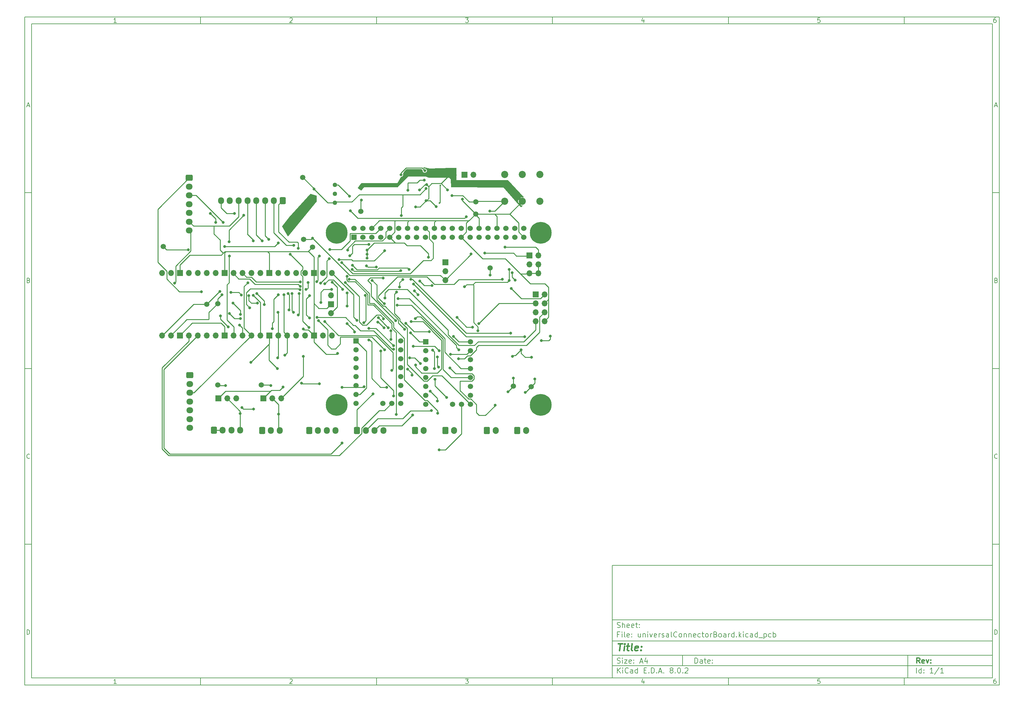
<source format=gbl>
G04 #@! TF.GenerationSoftware,KiCad,Pcbnew,8.0.2*
G04 #@! TF.CreationDate,2024-05-26T03:41:07+02:00*
G04 #@! TF.ProjectId,universalConnectorBoard,756e6976-6572-4736-916c-436f6e6e6563,rev?*
G04 #@! TF.SameCoordinates,Original*
G04 #@! TF.FileFunction,Copper,L2,Bot*
G04 #@! TF.FilePolarity,Positive*
%FSLAX46Y46*%
G04 Gerber Fmt 4.6, Leading zero omitted, Abs format (unit mm)*
G04 Created by KiCad (PCBNEW 8.0.2) date 2024-05-26 03:41:07*
%MOMM*%
%LPD*%
G01*
G04 APERTURE LIST*
G04 Aperture macros list*
%AMRoundRect*
0 Rectangle with rounded corners*
0 $1 Rounding radius*
0 $2 $3 $4 $5 $6 $7 $8 $9 X,Y pos of 4 corners*
0 Add a 4 corners polygon primitive as box body*
4,1,4,$2,$3,$4,$5,$6,$7,$8,$9,$2,$3,0*
0 Add four circle primitives for the rounded corners*
1,1,$1+$1,$2,$3*
1,1,$1+$1,$4,$5*
1,1,$1+$1,$6,$7*
1,1,$1+$1,$8,$9*
0 Add four rect primitives between the rounded corners*
20,1,$1+$1,$2,$3,$4,$5,0*
20,1,$1+$1,$4,$5,$6,$7,0*
20,1,$1+$1,$6,$7,$8,$9,0*
20,1,$1+$1,$8,$9,$2,$3,0*%
G04 Aperture macros list end*
%ADD10C,0.100000*%
%ADD11C,0.150000*%
%ADD12C,0.300000*%
%ADD13C,0.400000*%
G04 #@! TA.AperFunction,ComponentPad*
%ADD14O,1.700000X1.700000*%
G04 #@! TD*
G04 #@! TA.AperFunction,ComponentPad*
%ADD15R,1.700000X1.700000*%
G04 #@! TD*
G04 #@! TA.AperFunction,ComponentPad*
%ADD16C,1.280000*%
G04 #@! TD*
G04 #@! TA.AperFunction,ComponentPad*
%ADD17R,1.524000X1.524000*%
G04 #@! TD*
G04 #@! TA.AperFunction,ComponentPad*
%ADD18C,1.524000*%
G04 #@! TD*
G04 #@! TA.AperFunction,ComponentPad*
%ADD19C,6.200000*%
G04 #@! TD*
G04 #@! TA.AperFunction,ComponentPad*
%ADD20RoundRect,0.250000X-0.725000X0.600000X-0.725000X-0.600000X0.725000X-0.600000X0.725000X0.600000X0*%
G04 #@! TD*
G04 #@! TA.AperFunction,ComponentPad*
%ADD21O,1.950000X1.700000*%
G04 #@! TD*
G04 #@! TA.AperFunction,ComponentPad*
%ADD22RoundRect,0.250000X-0.600000X-0.750000X0.600000X-0.750000X0.600000X0.750000X-0.600000X0.750000X0*%
G04 #@! TD*
G04 #@! TA.AperFunction,ComponentPad*
%ADD23O,1.700000X2.000000*%
G04 #@! TD*
G04 #@! TA.AperFunction,ComponentPad*
%ADD24RoundRect,0.250000X-0.600000X-0.725000X0.600000X-0.725000X0.600000X0.725000X-0.600000X0.725000X0*%
G04 #@! TD*
G04 #@! TA.AperFunction,ComponentPad*
%ADD25O,1.700000X1.950000*%
G04 #@! TD*
G04 #@! TA.AperFunction,ComponentPad*
%ADD26RoundRect,0.250000X0.600000X0.725000X-0.600000X0.725000X-0.600000X-0.725000X0.600000X-0.725000X0*%
G04 #@! TD*
G04 #@! TA.AperFunction,ComponentPad*
%ADD27C,2.025000*%
G04 #@! TD*
G04 #@! TA.AperFunction,ComponentPad*
%ADD28R,1.508000X1.508000*%
G04 #@! TD*
G04 #@! TA.AperFunction,ComponentPad*
%ADD29C,1.508000*%
G04 #@! TD*
G04 #@! TA.AperFunction,SMDPad,CuDef*
%ADD30C,1.500000*%
G04 #@! TD*
G04 #@! TA.AperFunction,ViaPad*
%ADD31C,0.800000*%
G04 #@! TD*
G04 #@! TA.AperFunction,ViaPad*
%ADD32C,0.500000*%
G04 #@! TD*
G04 #@! TA.AperFunction,Conductor*
%ADD33C,0.250000*%
G04 #@! TD*
G04 APERTURE END LIST*
D10*
D11*
X177002200Y-166007200D02*
X285002200Y-166007200D01*
X285002200Y-198007200D01*
X177002200Y-198007200D01*
X177002200Y-166007200D01*
D10*
D11*
X10000000Y-10000000D02*
X287002200Y-10000000D01*
X287002200Y-200007200D01*
X10000000Y-200007200D01*
X10000000Y-10000000D01*
D10*
D11*
X12000000Y-12000000D02*
X285002200Y-12000000D01*
X285002200Y-198007200D01*
X12000000Y-198007200D01*
X12000000Y-12000000D01*
D10*
D11*
X60000000Y-12000000D02*
X60000000Y-10000000D01*
D10*
D11*
X110000000Y-12000000D02*
X110000000Y-10000000D01*
D10*
D11*
X160000000Y-12000000D02*
X160000000Y-10000000D01*
D10*
D11*
X210000000Y-12000000D02*
X210000000Y-10000000D01*
D10*
D11*
X260000000Y-12000000D02*
X260000000Y-10000000D01*
D10*
D11*
X36089160Y-11593604D02*
X35346303Y-11593604D01*
X35717731Y-11593604D02*
X35717731Y-10293604D01*
X35717731Y-10293604D02*
X35593922Y-10479319D01*
X35593922Y-10479319D02*
X35470112Y-10603128D01*
X35470112Y-10603128D02*
X35346303Y-10665033D01*
D10*
D11*
X85346303Y-10417414D02*
X85408207Y-10355509D01*
X85408207Y-10355509D02*
X85532017Y-10293604D01*
X85532017Y-10293604D02*
X85841541Y-10293604D01*
X85841541Y-10293604D02*
X85965350Y-10355509D01*
X85965350Y-10355509D02*
X86027255Y-10417414D01*
X86027255Y-10417414D02*
X86089160Y-10541223D01*
X86089160Y-10541223D02*
X86089160Y-10665033D01*
X86089160Y-10665033D02*
X86027255Y-10850747D01*
X86027255Y-10850747D02*
X85284398Y-11593604D01*
X85284398Y-11593604D02*
X86089160Y-11593604D01*
D10*
D11*
X135284398Y-10293604D02*
X136089160Y-10293604D01*
X136089160Y-10293604D02*
X135655826Y-10788842D01*
X135655826Y-10788842D02*
X135841541Y-10788842D01*
X135841541Y-10788842D02*
X135965350Y-10850747D01*
X135965350Y-10850747D02*
X136027255Y-10912652D01*
X136027255Y-10912652D02*
X136089160Y-11036461D01*
X136089160Y-11036461D02*
X136089160Y-11345985D01*
X136089160Y-11345985D02*
X136027255Y-11469795D01*
X136027255Y-11469795D02*
X135965350Y-11531700D01*
X135965350Y-11531700D02*
X135841541Y-11593604D01*
X135841541Y-11593604D02*
X135470112Y-11593604D01*
X135470112Y-11593604D02*
X135346303Y-11531700D01*
X135346303Y-11531700D02*
X135284398Y-11469795D01*
D10*
D11*
X185965350Y-10726938D02*
X185965350Y-11593604D01*
X185655826Y-10231700D02*
X185346303Y-11160271D01*
X185346303Y-11160271D02*
X186151064Y-11160271D01*
D10*
D11*
X236027255Y-10293604D02*
X235408207Y-10293604D01*
X235408207Y-10293604D02*
X235346303Y-10912652D01*
X235346303Y-10912652D02*
X235408207Y-10850747D01*
X235408207Y-10850747D02*
X235532017Y-10788842D01*
X235532017Y-10788842D02*
X235841541Y-10788842D01*
X235841541Y-10788842D02*
X235965350Y-10850747D01*
X235965350Y-10850747D02*
X236027255Y-10912652D01*
X236027255Y-10912652D02*
X236089160Y-11036461D01*
X236089160Y-11036461D02*
X236089160Y-11345985D01*
X236089160Y-11345985D02*
X236027255Y-11469795D01*
X236027255Y-11469795D02*
X235965350Y-11531700D01*
X235965350Y-11531700D02*
X235841541Y-11593604D01*
X235841541Y-11593604D02*
X235532017Y-11593604D01*
X235532017Y-11593604D02*
X235408207Y-11531700D01*
X235408207Y-11531700D02*
X235346303Y-11469795D01*
D10*
D11*
X285965350Y-10293604D02*
X285717731Y-10293604D01*
X285717731Y-10293604D02*
X285593922Y-10355509D01*
X285593922Y-10355509D02*
X285532017Y-10417414D01*
X285532017Y-10417414D02*
X285408207Y-10603128D01*
X285408207Y-10603128D02*
X285346303Y-10850747D01*
X285346303Y-10850747D02*
X285346303Y-11345985D01*
X285346303Y-11345985D02*
X285408207Y-11469795D01*
X285408207Y-11469795D02*
X285470112Y-11531700D01*
X285470112Y-11531700D02*
X285593922Y-11593604D01*
X285593922Y-11593604D02*
X285841541Y-11593604D01*
X285841541Y-11593604D02*
X285965350Y-11531700D01*
X285965350Y-11531700D02*
X286027255Y-11469795D01*
X286027255Y-11469795D02*
X286089160Y-11345985D01*
X286089160Y-11345985D02*
X286089160Y-11036461D01*
X286089160Y-11036461D02*
X286027255Y-10912652D01*
X286027255Y-10912652D02*
X285965350Y-10850747D01*
X285965350Y-10850747D02*
X285841541Y-10788842D01*
X285841541Y-10788842D02*
X285593922Y-10788842D01*
X285593922Y-10788842D02*
X285470112Y-10850747D01*
X285470112Y-10850747D02*
X285408207Y-10912652D01*
X285408207Y-10912652D02*
X285346303Y-11036461D01*
D10*
D11*
X60000000Y-198007200D02*
X60000000Y-200007200D01*
D10*
D11*
X110000000Y-198007200D02*
X110000000Y-200007200D01*
D10*
D11*
X160000000Y-198007200D02*
X160000000Y-200007200D01*
D10*
D11*
X210000000Y-198007200D02*
X210000000Y-200007200D01*
D10*
D11*
X260000000Y-198007200D02*
X260000000Y-200007200D01*
D10*
D11*
X36089160Y-199600804D02*
X35346303Y-199600804D01*
X35717731Y-199600804D02*
X35717731Y-198300804D01*
X35717731Y-198300804D02*
X35593922Y-198486519D01*
X35593922Y-198486519D02*
X35470112Y-198610328D01*
X35470112Y-198610328D02*
X35346303Y-198672233D01*
D10*
D11*
X85346303Y-198424614D02*
X85408207Y-198362709D01*
X85408207Y-198362709D02*
X85532017Y-198300804D01*
X85532017Y-198300804D02*
X85841541Y-198300804D01*
X85841541Y-198300804D02*
X85965350Y-198362709D01*
X85965350Y-198362709D02*
X86027255Y-198424614D01*
X86027255Y-198424614D02*
X86089160Y-198548423D01*
X86089160Y-198548423D02*
X86089160Y-198672233D01*
X86089160Y-198672233D02*
X86027255Y-198857947D01*
X86027255Y-198857947D02*
X85284398Y-199600804D01*
X85284398Y-199600804D02*
X86089160Y-199600804D01*
D10*
D11*
X135284398Y-198300804D02*
X136089160Y-198300804D01*
X136089160Y-198300804D02*
X135655826Y-198796042D01*
X135655826Y-198796042D02*
X135841541Y-198796042D01*
X135841541Y-198796042D02*
X135965350Y-198857947D01*
X135965350Y-198857947D02*
X136027255Y-198919852D01*
X136027255Y-198919852D02*
X136089160Y-199043661D01*
X136089160Y-199043661D02*
X136089160Y-199353185D01*
X136089160Y-199353185D02*
X136027255Y-199476995D01*
X136027255Y-199476995D02*
X135965350Y-199538900D01*
X135965350Y-199538900D02*
X135841541Y-199600804D01*
X135841541Y-199600804D02*
X135470112Y-199600804D01*
X135470112Y-199600804D02*
X135346303Y-199538900D01*
X135346303Y-199538900D02*
X135284398Y-199476995D01*
D10*
D11*
X185965350Y-198734138D02*
X185965350Y-199600804D01*
X185655826Y-198238900D02*
X185346303Y-199167471D01*
X185346303Y-199167471D02*
X186151064Y-199167471D01*
D10*
D11*
X236027255Y-198300804D02*
X235408207Y-198300804D01*
X235408207Y-198300804D02*
X235346303Y-198919852D01*
X235346303Y-198919852D02*
X235408207Y-198857947D01*
X235408207Y-198857947D02*
X235532017Y-198796042D01*
X235532017Y-198796042D02*
X235841541Y-198796042D01*
X235841541Y-198796042D02*
X235965350Y-198857947D01*
X235965350Y-198857947D02*
X236027255Y-198919852D01*
X236027255Y-198919852D02*
X236089160Y-199043661D01*
X236089160Y-199043661D02*
X236089160Y-199353185D01*
X236089160Y-199353185D02*
X236027255Y-199476995D01*
X236027255Y-199476995D02*
X235965350Y-199538900D01*
X235965350Y-199538900D02*
X235841541Y-199600804D01*
X235841541Y-199600804D02*
X235532017Y-199600804D01*
X235532017Y-199600804D02*
X235408207Y-199538900D01*
X235408207Y-199538900D02*
X235346303Y-199476995D01*
D10*
D11*
X285965350Y-198300804D02*
X285717731Y-198300804D01*
X285717731Y-198300804D02*
X285593922Y-198362709D01*
X285593922Y-198362709D02*
X285532017Y-198424614D01*
X285532017Y-198424614D02*
X285408207Y-198610328D01*
X285408207Y-198610328D02*
X285346303Y-198857947D01*
X285346303Y-198857947D02*
X285346303Y-199353185D01*
X285346303Y-199353185D02*
X285408207Y-199476995D01*
X285408207Y-199476995D02*
X285470112Y-199538900D01*
X285470112Y-199538900D02*
X285593922Y-199600804D01*
X285593922Y-199600804D02*
X285841541Y-199600804D01*
X285841541Y-199600804D02*
X285965350Y-199538900D01*
X285965350Y-199538900D02*
X286027255Y-199476995D01*
X286027255Y-199476995D02*
X286089160Y-199353185D01*
X286089160Y-199353185D02*
X286089160Y-199043661D01*
X286089160Y-199043661D02*
X286027255Y-198919852D01*
X286027255Y-198919852D02*
X285965350Y-198857947D01*
X285965350Y-198857947D02*
X285841541Y-198796042D01*
X285841541Y-198796042D02*
X285593922Y-198796042D01*
X285593922Y-198796042D02*
X285470112Y-198857947D01*
X285470112Y-198857947D02*
X285408207Y-198919852D01*
X285408207Y-198919852D02*
X285346303Y-199043661D01*
D10*
D11*
X10000000Y-60000000D02*
X12000000Y-60000000D01*
D10*
D11*
X10000000Y-110000000D02*
X12000000Y-110000000D01*
D10*
D11*
X10000000Y-160000000D02*
X12000000Y-160000000D01*
D10*
D11*
X10690476Y-35222176D02*
X11309523Y-35222176D01*
X10566666Y-35593604D02*
X10999999Y-34293604D01*
X10999999Y-34293604D02*
X11433333Y-35593604D01*
D10*
D11*
X11092857Y-84912652D02*
X11278571Y-84974557D01*
X11278571Y-84974557D02*
X11340476Y-85036461D01*
X11340476Y-85036461D02*
X11402380Y-85160271D01*
X11402380Y-85160271D02*
X11402380Y-85345985D01*
X11402380Y-85345985D02*
X11340476Y-85469795D01*
X11340476Y-85469795D02*
X11278571Y-85531700D01*
X11278571Y-85531700D02*
X11154761Y-85593604D01*
X11154761Y-85593604D02*
X10659523Y-85593604D01*
X10659523Y-85593604D02*
X10659523Y-84293604D01*
X10659523Y-84293604D02*
X11092857Y-84293604D01*
X11092857Y-84293604D02*
X11216666Y-84355509D01*
X11216666Y-84355509D02*
X11278571Y-84417414D01*
X11278571Y-84417414D02*
X11340476Y-84541223D01*
X11340476Y-84541223D02*
X11340476Y-84665033D01*
X11340476Y-84665033D02*
X11278571Y-84788842D01*
X11278571Y-84788842D02*
X11216666Y-84850747D01*
X11216666Y-84850747D02*
X11092857Y-84912652D01*
X11092857Y-84912652D02*
X10659523Y-84912652D01*
D10*
D11*
X11402380Y-135469795D02*
X11340476Y-135531700D01*
X11340476Y-135531700D02*
X11154761Y-135593604D01*
X11154761Y-135593604D02*
X11030952Y-135593604D01*
X11030952Y-135593604D02*
X10845238Y-135531700D01*
X10845238Y-135531700D02*
X10721428Y-135407890D01*
X10721428Y-135407890D02*
X10659523Y-135284080D01*
X10659523Y-135284080D02*
X10597619Y-135036461D01*
X10597619Y-135036461D02*
X10597619Y-134850747D01*
X10597619Y-134850747D02*
X10659523Y-134603128D01*
X10659523Y-134603128D02*
X10721428Y-134479319D01*
X10721428Y-134479319D02*
X10845238Y-134355509D01*
X10845238Y-134355509D02*
X11030952Y-134293604D01*
X11030952Y-134293604D02*
X11154761Y-134293604D01*
X11154761Y-134293604D02*
X11340476Y-134355509D01*
X11340476Y-134355509D02*
X11402380Y-134417414D01*
D10*
D11*
X10659523Y-185593604D02*
X10659523Y-184293604D01*
X10659523Y-184293604D02*
X10969047Y-184293604D01*
X10969047Y-184293604D02*
X11154761Y-184355509D01*
X11154761Y-184355509D02*
X11278571Y-184479319D01*
X11278571Y-184479319D02*
X11340476Y-184603128D01*
X11340476Y-184603128D02*
X11402380Y-184850747D01*
X11402380Y-184850747D02*
X11402380Y-185036461D01*
X11402380Y-185036461D02*
X11340476Y-185284080D01*
X11340476Y-185284080D02*
X11278571Y-185407890D01*
X11278571Y-185407890D02*
X11154761Y-185531700D01*
X11154761Y-185531700D02*
X10969047Y-185593604D01*
X10969047Y-185593604D02*
X10659523Y-185593604D01*
D10*
D11*
X287002200Y-60000000D02*
X285002200Y-60000000D01*
D10*
D11*
X287002200Y-110000000D02*
X285002200Y-110000000D01*
D10*
D11*
X287002200Y-160000000D02*
X285002200Y-160000000D01*
D10*
D11*
X285692676Y-35222176D02*
X286311723Y-35222176D01*
X285568866Y-35593604D02*
X286002199Y-34293604D01*
X286002199Y-34293604D02*
X286435533Y-35593604D01*
D10*
D11*
X286095057Y-84912652D02*
X286280771Y-84974557D01*
X286280771Y-84974557D02*
X286342676Y-85036461D01*
X286342676Y-85036461D02*
X286404580Y-85160271D01*
X286404580Y-85160271D02*
X286404580Y-85345985D01*
X286404580Y-85345985D02*
X286342676Y-85469795D01*
X286342676Y-85469795D02*
X286280771Y-85531700D01*
X286280771Y-85531700D02*
X286156961Y-85593604D01*
X286156961Y-85593604D02*
X285661723Y-85593604D01*
X285661723Y-85593604D02*
X285661723Y-84293604D01*
X285661723Y-84293604D02*
X286095057Y-84293604D01*
X286095057Y-84293604D02*
X286218866Y-84355509D01*
X286218866Y-84355509D02*
X286280771Y-84417414D01*
X286280771Y-84417414D02*
X286342676Y-84541223D01*
X286342676Y-84541223D02*
X286342676Y-84665033D01*
X286342676Y-84665033D02*
X286280771Y-84788842D01*
X286280771Y-84788842D02*
X286218866Y-84850747D01*
X286218866Y-84850747D02*
X286095057Y-84912652D01*
X286095057Y-84912652D02*
X285661723Y-84912652D01*
D10*
D11*
X286404580Y-135469795D02*
X286342676Y-135531700D01*
X286342676Y-135531700D02*
X286156961Y-135593604D01*
X286156961Y-135593604D02*
X286033152Y-135593604D01*
X286033152Y-135593604D02*
X285847438Y-135531700D01*
X285847438Y-135531700D02*
X285723628Y-135407890D01*
X285723628Y-135407890D02*
X285661723Y-135284080D01*
X285661723Y-135284080D02*
X285599819Y-135036461D01*
X285599819Y-135036461D02*
X285599819Y-134850747D01*
X285599819Y-134850747D02*
X285661723Y-134603128D01*
X285661723Y-134603128D02*
X285723628Y-134479319D01*
X285723628Y-134479319D02*
X285847438Y-134355509D01*
X285847438Y-134355509D02*
X286033152Y-134293604D01*
X286033152Y-134293604D02*
X286156961Y-134293604D01*
X286156961Y-134293604D02*
X286342676Y-134355509D01*
X286342676Y-134355509D02*
X286404580Y-134417414D01*
D10*
D11*
X285661723Y-185593604D02*
X285661723Y-184293604D01*
X285661723Y-184293604D02*
X285971247Y-184293604D01*
X285971247Y-184293604D02*
X286156961Y-184355509D01*
X286156961Y-184355509D02*
X286280771Y-184479319D01*
X286280771Y-184479319D02*
X286342676Y-184603128D01*
X286342676Y-184603128D02*
X286404580Y-184850747D01*
X286404580Y-184850747D02*
X286404580Y-185036461D01*
X286404580Y-185036461D02*
X286342676Y-185284080D01*
X286342676Y-185284080D02*
X286280771Y-185407890D01*
X286280771Y-185407890D02*
X286156961Y-185531700D01*
X286156961Y-185531700D02*
X285971247Y-185593604D01*
X285971247Y-185593604D02*
X285661723Y-185593604D01*
D10*
D11*
X200458026Y-193793328D02*
X200458026Y-192293328D01*
X200458026Y-192293328D02*
X200815169Y-192293328D01*
X200815169Y-192293328D02*
X201029455Y-192364757D01*
X201029455Y-192364757D02*
X201172312Y-192507614D01*
X201172312Y-192507614D02*
X201243741Y-192650471D01*
X201243741Y-192650471D02*
X201315169Y-192936185D01*
X201315169Y-192936185D02*
X201315169Y-193150471D01*
X201315169Y-193150471D02*
X201243741Y-193436185D01*
X201243741Y-193436185D02*
X201172312Y-193579042D01*
X201172312Y-193579042D02*
X201029455Y-193721900D01*
X201029455Y-193721900D02*
X200815169Y-193793328D01*
X200815169Y-193793328D02*
X200458026Y-193793328D01*
X202600884Y-193793328D02*
X202600884Y-193007614D01*
X202600884Y-193007614D02*
X202529455Y-192864757D01*
X202529455Y-192864757D02*
X202386598Y-192793328D01*
X202386598Y-192793328D02*
X202100884Y-192793328D01*
X202100884Y-192793328D02*
X201958026Y-192864757D01*
X202600884Y-193721900D02*
X202458026Y-193793328D01*
X202458026Y-193793328D02*
X202100884Y-193793328D01*
X202100884Y-193793328D02*
X201958026Y-193721900D01*
X201958026Y-193721900D02*
X201886598Y-193579042D01*
X201886598Y-193579042D02*
X201886598Y-193436185D01*
X201886598Y-193436185D02*
X201958026Y-193293328D01*
X201958026Y-193293328D02*
X202100884Y-193221900D01*
X202100884Y-193221900D02*
X202458026Y-193221900D01*
X202458026Y-193221900D02*
X202600884Y-193150471D01*
X203100884Y-192793328D02*
X203672312Y-192793328D01*
X203315169Y-192293328D02*
X203315169Y-193579042D01*
X203315169Y-193579042D02*
X203386598Y-193721900D01*
X203386598Y-193721900D02*
X203529455Y-193793328D01*
X203529455Y-193793328D02*
X203672312Y-193793328D01*
X204743741Y-193721900D02*
X204600884Y-193793328D01*
X204600884Y-193793328D02*
X204315170Y-193793328D01*
X204315170Y-193793328D02*
X204172312Y-193721900D01*
X204172312Y-193721900D02*
X204100884Y-193579042D01*
X204100884Y-193579042D02*
X204100884Y-193007614D01*
X204100884Y-193007614D02*
X204172312Y-192864757D01*
X204172312Y-192864757D02*
X204315170Y-192793328D01*
X204315170Y-192793328D02*
X204600884Y-192793328D01*
X204600884Y-192793328D02*
X204743741Y-192864757D01*
X204743741Y-192864757D02*
X204815170Y-193007614D01*
X204815170Y-193007614D02*
X204815170Y-193150471D01*
X204815170Y-193150471D02*
X204100884Y-193293328D01*
X205458026Y-193650471D02*
X205529455Y-193721900D01*
X205529455Y-193721900D02*
X205458026Y-193793328D01*
X205458026Y-193793328D02*
X205386598Y-193721900D01*
X205386598Y-193721900D02*
X205458026Y-193650471D01*
X205458026Y-193650471D02*
X205458026Y-193793328D01*
X205458026Y-192864757D02*
X205529455Y-192936185D01*
X205529455Y-192936185D02*
X205458026Y-193007614D01*
X205458026Y-193007614D02*
X205386598Y-192936185D01*
X205386598Y-192936185D02*
X205458026Y-192864757D01*
X205458026Y-192864757D02*
X205458026Y-193007614D01*
D10*
D11*
X177002200Y-194507200D02*
X285002200Y-194507200D01*
D10*
D11*
X178458026Y-196593328D02*
X178458026Y-195093328D01*
X179315169Y-196593328D02*
X178672312Y-195736185D01*
X179315169Y-195093328D02*
X178458026Y-195950471D01*
X179958026Y-196593328D02*
X179958026Y-195593328D01*
X179958026Y-195093328D02*
X179886598Y-195164757D01*
X179886598Y-195164757D02*
X179958026Y-195236185D01*
X179958026Y-195236185D02*
X180029455Y-195164757D01*
X180029455Y-195164757D02*
X179958026Y-195093328D01*
X179958026Y-195093328D02*
X179958026Y-195236185D01*
X181529455Y-196450471D02*
X181458027Y-196521900D01*
X181458027Y-196521900D02*
X181243741Y-196593328D01*
X181243741Y-196593328D02*
X181100884Y-196593328D01*
X181100884Y-196593328D02*
X180886598Y-196521900D01*
X180886598Y-196521900D02*
X180743741Y-196379042D01*
X180743741Y-196379042D02*
X180672312Y-196236185D01*
X180672312Y-196236185D02*
X180600884Y-195950471D01*
X180600884Y-195950471D02*
X180600884Y-195736185D01*
X180600884Y-195736185D02*
X180672312Y-195450471D01*
X180672312Y-195450471D02*
X180743741Y-195307614D01*
X180743741Y-195307614D02*
X180886598Y-195164757D01*
X180886598Y-195164757D02*
X181100884Y-195093328D01*
X181100884Y-195093328D02*
X181243741Y-195093328D01*
X181243741Y-195093328D02*
X181458027Y-195164757D01*
X181458027Y-195164757D02*
X181529455Y-195236185D01*
X182815170Y-196593328D02*
X182815170Y-195807614D01*
X182815170Y-195807614D02*
X182743741Y-195664757D01*
X182743741Y-195664757D02*
X182600884Y-195593328D01*
X182600884Y-195593328D02*
X182315170Y-195593328D01*
X182315170Y-195593328D02*
X182172312Y-195664757D01*
X182815170Y-196521900D02*
X182672312Y-196593328D01*
X182672312Y-196593328D02*
X182315170Y-196593328D01*
X182315170Y-196593328D02*
X182172312Y-196521900D01*
X182172312Y-196521900D02*
X182100884Y-196379042D01*
X182100884Y-196379042D02*
X182100884Y-196236185D01*
X182100884Y-196236185D02*
X182172312Y-196093328D01*
X182172312Y-196093328D02*
X182315170Y-196021900D01*
X182315170Y-196021900D02*
X182672312Y-196021900D01*
X182672312Y-196021900D02*
X182815170Y-195950471D01*
X184172313Y-196593328D02*
X184172313Y-195093328D01*
X184172313Y-196521900D02*
X184029455Y-196593328D01*
X184029455Y-196593328D02*
X183743741Y-196593328D01*
X183743741Y-196593328D02*
X183600884Y-196521900D01*
X183600884Y-196521900D02*
X183529455Y-196450471D01*
X183529455Y-196450471D02*
X183458027Y-196307614D01*
X183458027Y-196307614D02*
X183458027Y-195879042D01*
X183458027Y-195879042D02*
X183529455Y-195736185D01*
X183529455Y-195736185D02*
X183600884Y-195664757D01*
X183600884Y-195664757D02*
X183743741Y-195593328D01*
X183743741Y-195593328D02*
X184029455Y-195593328D01*
X184029455Y-195593328D02*
X184172313Y-195664757D01*
X186029455Y-195807614D02*
X186529455Y-195807614D01*
X186743741Y-196593328D02*
X186029455Y-196593328D01*
X186029455Y-196593328D02*
X186029455Y-195093328D01*
X186029455Y-195093328D02*
X186743741Y-195093328D01*
X187386598Y-196450471D02*
X187458027Y-196521900D01*
X187458027Y-196521900D02*
X187386598Y-196593328D01*
X187386598Y-196593328D02*
X187315170Y-196521900D01*
X187315170Y-196521900D02*
X187386598Y-196450471D01*
X187386598Y-196450471D02*
X187386598Y-196593328D01*
X188100884Y-196593328D02*
X188100884Y-195093328D01*
X188100884Y-195093328D02*
X188458027Y-195093328D01*
X188458027Y-195093328D02*
X188672313Y-195164757D01*
X188672313Y-195164757D02*
X188815170Y-195307614D01*
X188815170Y-195307614D02*
X188886599Y-195450471D01*
X188886599Y-195450471D02*
X188958027Y-195736185D01*
X188958027Y-195736185D02*
X188958027Y-195950471D01*
X188958027Y-195950471D02*
X188886599Y-196236185D01*
X188886599Y-196236185D02*
X188815170Y-196379042D01*
X188815170Y-196379042D02*
X188672313Y-196521900D01*
X188672313Y-196521900D02*
X188458027Y-196593328D01*
X188458027Y-196593328D02*
X188100884Y-196593328D01*
X189600884Y-196450471D02*
X189672313Y-196521900D01*
X189672313Y-196521900D02*
X189600884Y-196593328D01*
X189600884Y-196593328D02*
X189529456Y-196521900D01*
X189529456Y-196521900D02*
X189600884Y-196450471D01*
X189600884Y-196450471D02*
X189600884Y-196593328D01*
X190243742Y-196164757D02*
X190958028Y-196164757D01*
X190100885Y-196593328D02*
X190600885Y-195093328D01*
X190600885Y-195093328D02*
X191100885Y-196593328D01*
X191600884Y-196450471D02*
X191672313Y-196521900D01*
X191672313Y-196521900D02*
X191600884Y-196593328D01*
X191600884Y-196593328D02*
X191529456Y-196521900D01*
X191529456Y-196521900D02*
X191600884Y-196450471D01*
X191600884Y-196450471D02*
X191600884Y-196593328D01*
X193672313Y-195736185D02*
X193529456Y-195664757D01*
X193529456Y-195664757D02*
X193458027Y-195593328D01*
X193458027Y-195593328D02*
X193386599Y-195450471D01*
X193386599Y-195450471D02*
X193386599Y-195379042D01*
X193386599Y-195379042D02*
X193458027Y-195236185D01*
X193458027Y-195236185D02*
X193529456Y-195164757D01*
X193529456Y-195164757D02*
X193672313Y-195093328D01*
X193672313Y-195093328D02*
X193958027Y-195093328D01*
X193958027Y-195093328D02*
X194100885Y-195164757D01*
X194100885Y-195164757D02*
X194172313Y-195236185D01*
X194172313Y-195236185D02*
X194243742Y-195379042D01*
X194243742Y-195379042D02*
X194243742Y-195450471D01*
X194243742Y-195450471D02*
X194172313Y-195593328D01*
X194172313Y-195593328D02*
X194100885Y-195664757D01*
X194100885Y-195664757D02*
X193958027Y-195736185D01*
X193958027Y-195736185D02*
X193672313Y-195736185D01*
X193672313Y-195736185D02*
X193529456Y-195807614D01*
X193529456Y-195807614D02*
X193458027Y-195879042D01*
X193458027Y-195879042D02*
X193386599Y-196021900D01*
X193386599Y-196021900D02*
X193386599Y-196307614D01*
X193386599Y-196307614D02*
X193458027Y-196450471D01*
X193458027Y-196450471D02*
X193529456Y-196521900D01*
X193529456Y-196521900D02*
X193672313Y-196593328D01*
X193672313Y-196593328D02*
X193958027Y-196593328D01*
X193958027Y-196593328D02*
X194100885Y-196521900D01*
X194100885Y-196521900D02*
X194172313Y-196450471D01*
X194172313Y-196450471D02*
X194243742Y-196307614D01*
X194243742Y-196307614D02*
X194243742Y-196021900D01*
X194243742Y-196021900D02*
X194172313Y-195879042D01*
X194172313Y-195879042D02*
X194100885Y-195807614D01*
X194100885Y-195807614D02*
X193958027Y-195736185D01*
X194886598Y-196450471D02*
X194958027Y-196521900D01*
X194958027Y-196521900D02*
X194886598Y-196593328D01*
X194886598Y-196593328D02*
X194815170Y-196521900D01*
X194815170Y-196521900D02*
X194886598Y-196450471D01*
X194886598Y-196450471D02*
X194886598Y-196593328D01*
X195886599Y-195093328D02*
X196029456Y-195093328D01*
X196029456Y-195093328D02*
X196172313Y-195164757D01*
X196172313Y-195164757D02*
X196243742Y-195236185D01*
X196243742Y-195236185D02*
X196315170Y-195379042D01*
X196315170Y-195379042D02*
X196386599Y-195664757D01*
X196386599Y-195664757D02*
X196386599Y-196021900D01*
X196386599Y-196021900D02*
X196315170Y-196307614D01*
X196315170Y-196307614D02*
X196243742Y-196450471D01*
X196243742Y-196450471D02*
X196172313Y-196521900D01*
X196172313Y-196521900D02*
X196029456Y-196593328D01*
X196029456Y-196593328D02*
X195886599Y-196593328D01*
X195886599Y-196593328D02*
X195743742Y-196521900D01*
X195743742Y-196521900D02*
X195672313Y-196450471D01*
X195672313Y-196450471D02*
X195600884Y-196307614D01*
X195600884Y-196307614D02*
X195529456Y-196021900D01*
X195529456Y-196021900D02*
X195529456Y-195664757D01*
X195529456Y-195664757D02*
X195600884Y-195379042D01*
X195600884Y-195379042D02*
X195672313Y-195236185D01*
X195672313Y-195236185D02*
X195743742Y-195164757D01*
X195743742Y-195164757D02*
X195886599Y-195093328D01*
X197029455Y-196450471D02*
X197100884Y-196521900D01*
X197100884Y-196521900D02*
X197029455Y-196593328D01*
X197029455Y-196593328D02*
X196958027Y-196521900D01*
X196958027Y-196521900D02*
X197029455Y-196450471D01*
X197029455Y-196450471D02*
X197029455Y-196593328D01*
X197672313Y-195236185D02*
X197743741Y-195164757D01*
X197743741Y-195164757D02*
X197886599Y-195093328D01*
X197886599Y-195093328D02*
X198243741Y-195093328D01*
X198243741Y-195093328D02*
X198386599Y-195164757D01*
X198386599Y-195164757D02*
X198458027Y-195236185D01*
X198458027Y-195236185D02*
X198529456Y-195379042D01*
X198529456Y-195379042D02*
X198529456Y-195521900D01*
X198529456Y-195521900D02*
X198458027Y-195736185D01*
X198458027Y-195736185D02*
X197600884Y-196593328D01*
X197600884Y-196593328D02*
X198529456Y-196593328D01*
D10*
D11*
X177002200Y-191507200D02*
X285002200Y-191507200D01*
D10*
D12*
X264413853Y-193785528D02*
X263913853Y-193071242D01*
X263556710Y-193785528D02*
X263556710Y-192285528D01*
X263556710Y-192285528D02*
X264128139Y-192285528D01*
X264128139Y-192285528D02*
X264270996Y-192356957D01*
X264270996Y-192356957D02*
X264342425Y-192428385D01*
X264342425Y-192428385D02*
X264413853Y-192571242D01*
X264413853Y-192571242D02*
X264413853Y-192785528D01*
X264413853Y-192785528D02*
X264342425Y-192928385D01*
X264342425Y-192928385D02*
X264270996Y-192999814D01*
X264270996Y-192999814D02*
X264128139Y-193071242D01*
X264128139Y-193071242D02*
X263556710Y-193071242D01*
X265628139Y-193714100D02*
X265485282Y-193785528D01*
X265485282Y-193785528D02*
X265199568Y-193785528D01*
X265199568Y-193785528D02*
X265056710Y-193714100D01*
X265056710Y-193714100D02*
X264985282Y-193571242D01*
X264985282Y-193571242D02*
X264985282Y-192999814D01*
X264985282Y-192999814D02*
X265056710Y-192856957D01*
X265056710Y-192856957D02*
X265199568Y-192785528D01*
X265199568Y-192785528D02*
X265485282Y-192785528D01*
X265485282Y-192785528D02*
X265628139Y-192856957D01*
X265628139Y-192856957D02*
X265699568Y-192999814D01*
X265699568Y-192999814D02*
X265699568Y-193142671D01*
X265699568Y-193142671D02*
X264985282Y-193285528D01*
X266199567Y-192785528D02*
X266556710Y-193785528D01*
X266556710Y-193785528D02*
X266913853Y-192785528D01*
X267485281Y-193642671D02*
X267556710Y-193714100D01*
X267556710Y-193714100D02*
X267485281Y-193785528D01*
X267485281Y-193785528D02*
X267413853Y-193714100D01*
X267413853Y-193714100D02*
X267485281Y-193642671D01*
X267485281Y-193642671D02*
X267485281Y-193785528D01*
X267485281Y-192856957D02*
X267556710Y-192928385D01*
X267556710Y-192928385D02*
X267485281Y-192999814D01*
X267485281Y-192999814D02*
X267413853Y-192928385D01*
X267413853Y-192928385D02*
X267485281Y-192856957D01*
X267485281Y-192856957D02*
X267485281Y-192999814D01*
D10*
D11*
X178386598Y-193721900D02*
X178600884Y-193793328D01*
X178600884Y-193793328D02*
X178958026Y-193793328D01*
X178958026Y-193793328D02*
X179100884Y-193721900D01*
X179100884Y-193721900D02*
X179172312Y-193650471D01*
X179172312Y-193650471D02*
X179243741Y-193507614D01*
X179243741Y-193507614D02*
X179243741Y-193364757D01*
X179243741Y-193364757D02*
X179172312Y-193221900D01*
X179172312Y-193221900D02*
X179100884Y-193150471D01*
X179100884Y-193150471D02*
X178958026Y-193079042D01*
X178958026Y-193079042D02*
X178672312Y-193007614D01*
X178672312Y-193007614D02*
X178529455Y-192936185D01*
X178529455Y-192936185D02*
X178458026Y-192864757D01*
X178458026Y-192864757D02*
X178386598Y-192721900D01*
X178386598Y-192721900D02*
X178386598Y-192579042D01*
X178386598Y-192579042D02*
X178458026Y-192436185D01*
X178458026Y-192436185D02*
X178529455Y-192364757D01*
X178529455Y-192364757D02*
X178672312Y-192293328D01*
X178672312Y-192293328D02*
X179029455Y-192293328D01*
X179029455Y-192293328D02*
X179243741Y-192364757D01*
X179886597Y-193793328D02*
X179886597Y-192793328D01*
X179886597Y-192293328D02*
X179815169Y-192364757D01*
X179815169Y-192364757D02*
X179886597Y-192436185D01*
X179886597Y-192436185D02*
X179958026Y-192364757D01*
X179958026Y-192364757D02*
X179886597Y-192293328D01*
X179886597Y-192293328D02*
X179886597Y-192436185D01*
X180458026Y-192793328D02*
X181243741Y-192793328D01*
X181243741Y-192793328D02*
X180458026Y-193793328D01*
X180458026Y-193793328D02*
X181243741Y-193793328D01*
X182386598Y-193721900D02*
X182243741Y-193793328D01*
X182243741Y-193793328D02*
X181958027Y-193793328D01*
X181958027Y-193793328D02*
X181815169Y-193721900D01*
X181815169Y-193721900D02*
X181743741Y-193579042D01*
X181743741Y-193579042D02*
X181743741Y-193007614D01*
X181743741Y-193007614D02*
X181815169Y-192864757D01*
X181815169Y-192864757D02*
X181958027Y-192793328D01*
X181958027Y-192793328D02*
X182243741Y-192793328D01*
X182243741Y-192793328D02*
X182386598Y-192864757D01*
X182386598Y-192864757D02*
X182458027Y-193007614D01*
X182458027Y-193007614D02*
X182458027Y-193150471D01*
X182458027Y-193150471D02*
X181743741Y-193293328D01*
X183100883Y-193650471D02*
X183172312Y-193721900D01*
X183172312Y-193721900D02*
X183100883Y-193793328D01*
X183100883Y-193793328D02*
X183029455Y-193721900D01*
X183029455Y-193721900D02*
X183100883Y-193650471D01*
X183100883Y-193650471D02*
X183100883Y-193793328D01*
X183100883Y-192864757D02*
X183172312Y-192936185D01*
X183172312Y-192936185D02*
X183100883Y-193007614D01*
X183100883Y-193007614D02*
X183029455Y-192936185D01*
X183029455Y-192936185D02*
X183100883Y-192864757D01*
X183100883Y-192864757D02*
X183100883Y-193007614D01*
X184886598Y-193364757D02*
X185600884Y-193364757D01*
X184743741Y-193793328D02*
X185243741Y-192293328D01*
X185243741Y-192293328D02*
X185743741Y-193793328D01*
X186886598Y-192793328D02*
X186886598Y-193793328D01*
X186529455Y-192221900D02*
X186172312Y-193293328D01*
X186172312Y-193293328D02*
X187100883Y-193293328D01*
D10*
D11*
X263458026Y-196593328D02*
X263458026Y-195093328D01*
X264815170Y-196593328D02*
X264815170Y-195093328D01*
X264815170Y-196521900D02*
X264672312Y-196593328D01*
X264672312Y-196593328D02*
X264386598Y-196593328D01*
X264386598Y-196593328D02*
X264243741Y-196521900D01*
X264243741Y-196521900D02*
X264172312Y-196450471D01*
X264172312Y-196450471D02*
X264100884Y-196307614D01*
X264100884Y-196307614D02*
X264100884Y-195879042D01*
X264100884Y-195879042D02*
X264172312Y-195736185D01*
X264172312Y-195736185D02*
X264243741Y-195664757D01*
X264243741Y-195664757D02*
X264386598Y-195593328D01*
X264386598Y-195593328D02*
X264672312Y-195593328D01*
X264672312Y-195593328D02*
X264815170Y-195664757D01*
X265529455Y-196450471D02*
X265600884Y-196521900D01*
X265600884Y-196521900D02*
X265529455Y-196593328D01*
X265529455Y-196593328D02*
X265458027Y-196521900D01*
X265458027Y-196521900D02*
X265529455Y-196450471D01*
X265529455Y-196450471D02*
X265529455Y-196593328D01*
X265529455Y-195664757D02*
X265600884Y-195736185D01*
X265600884Y-195736185D02*
X265529455Y-195807614D01*
X265529455Y-195807614D02*
X265458027Y-195736185D01*
X265458027Y-195736185D02*
X265529455Y-195664757D01*
X265529455Y-195664757D02*
X265529455Y-195807614D01*
X268172313Y-196593328D02*
X267315170Y-196593328D01*
X267743741Y-196593328D02*
X267743741Y-195093328D01*
X267743741Y-195093328D02*
X267600884Y-195307614D01*
X267600884Y-195307614D02*
X267458027Y-195450471D01*
X267458027Y-195450471D02*
X267315170Y-195521900D01*
X269886598Y-195021900D02*
X268600884Y-196950471D01*
X271172313Y-196593328D02*
X270315170Y-196593328D01*
X270743741Y-196593328D02*
X270743741Y-195093328D01*
X270743741Y-195093328D02*
X270600884Y-195307614D01*
X270600884Y-195307614D02*
X270458027Y-195450471D01*
X270458027Y-195450471D02*
X270315170Y-195521900D01*
D10*
D11*
X177002200Y-187507200D02*
X285002200Y-187507200D01*
D10*
D13*
X178693928Y-188211638D02*
X179836785Y-188211638D01*
X179015357Y-190211638D02*
X179265357Y-188211638D01*
X180253452Y-190211638D02*
X180420119Y-188878304D01*
X180503452Y-188211638D02*
X180396309Y-188306876D01*
X180396309Y-188306876D02*
X180479643Y-188402114D01*
X180479643Y-188402114D02*
X180586786Y-188306876D01*
X180586786Y-188306876D02*
X180503452Y-188211638D01*
X180503452Y-188211638D02*
X180479643Y-188402114D01*
X181086786Y-188878304D02*
X181848690Y-188878304D01*
X181455833Y-188211638D02*
X181241548Y-189925923D01*
X181241548Y-189925923D02*
X181312976Y-190116400D01*
X181312976Y-190116400D02*
X181491548Y-190211638D01*
X181491548Y-190211638D02*
X181682024Y-190211638D01*
X182634405Y-190211638D02*
X182455833Y-190116400D01*
X182455833Y-190116400D02*
X182384405Y-189925923D01*
X182384405Y-189925923D02*
X182598690Y-188211638D01*
X184170119Y-190116400D02*
X183967738Y-190211638D01*
X183967738Y-190211638D02*
X183586785Y-190211638D01*
X183586785Y-190211638D02*
X183408214Y-190116400D01*
X183408214Y-190116400D02*
X183336785Y-189925923D01*
X183336785Y-189925923D02*
X183432024Y-189164019D01*
X183432024Y-189164019D02*
X183551071Y-188973542D01*
X183551071Y-188973542D02*
X183753452Y-188878304D01*
X183753452Y-188878304D02*
X184134404Y-188878304D01*
X184134404Y-188878304D02*
X184312976Y-188973542D01*
X184312976Y-188973542D02*
X184384404Y-189164019D01*
X184384404Y-189164019D02*
X184360595Y-189354495D01*
X184360595Y-189354495D02*
X183384404Y-189544971D01*
X185134405Y-190021161D02*
X185217738Y-190116400D01*
X185217738Y-190116400D02*
X185110595Y-190211638D01*
X185110595Y-190211638D02*
X185027262Y-190116400D01*
X185027262Y-190116400D02*
X185134405Y-190021161D01*
X185134405Y-190021161D02*
X185110595Y-190211638D01*
X185265357Y-188973542D02*
X185348690Y-189068780D01*
X185348690Y-189068780D02*
X185241548Y-189164019D01*
X185241548Y-189164019D02*
X185158214Y-189068780D01*
X185158214Y-189068780D02*
X185265357Y-188973542D01*
X185265357Y-188973542D02*
X185241548Y-189164019D01*
D10*
D11*
X178958026Y-185607614D02*
X178458026Y-185607614D01*
X178458026Y-186393328D02*
X178458026Y-184893328D01*
X178458026Y-184893328D02*
X179172312Y-184893328D01*
X179743740Y-186393328D02*
X179743740Y-185393328D01*
X179743740Y-184893328D02*
X179672312Y-184964757D01*
X179672312Y-184964757D02*
X179743740Y-185036185D01*
X179743740Y-185036185D02*
X179815169Y-184964757D01*
X179815169Y-184964757D02*
X179743740Y-184893328D01*
X179743740Y-184893328D02*
X179743740Y-185036185D01*
X180672312Y-186393328D02*
X180529455Y-186321900D01*
X180529455Y-186321900D02*
X180458026Y-186179042D01*
X180458026Y-186179042D02*
X180458026Y-184893328D01*
X181815169Y-186321900D02*
X181672312Y-186393328D01*
X181672312Y-186393328D02*
X181386598Y-186393328D01*
X181386598Y-186393328D02*
X181243740Y-186321900D01*
X181243740Y-186321900D02*
X181172312Y-186179042D01*
X181172312Y-186179042D02*
X181172312Y-185607614D01*
X181172312Y-185607614D02*
X181243740Y-185464757D01*
X181243740Y-185464757D02*
X181386598Y-185393328D01*
X181386598Y-185393328D02*
X181672312Y-185393328D01*
X181672312Y-185393328D02*
X181815169Y-185464757D01*
X181815169Y-185464757D02*
X181886598Y-185607614D01*
X181886598Y-185607614D02*
X181886598Y-185750471D01*
X181886598Y-185750471D02*
X181172312Y-185893328D01*
X182529454Y-186250471D02*
X182600883Y-186321900D01*
X182600883Y-186321900D02*
X182529454Y-186393328D01*
X182529454Y-186393328D02*
X182458026Y-186321900D01*
X182458026Y-186321900D02*
X182529454Y-186250471D01*
X182529454Y-186250471D02*
X182529454Y-186393328D01*
X182529454Y-185464757D02*
X182600883Y-185536185D01*
X182600883Y-185536185D02*
X182529454Y-185607614D01*
X182529454Y-185607614D02*
X182458026Y-185536185D01*
X182458026Y-185536185D02*
X182529454Y-185464757D01*
X182529454Y-185464757D02*
X182529454Y-185607614D01*
X185029455Y-185393328D02*
X185029455Y-186393328D01*
X184386597Y-185393328D02*
X184386597Y-186179042D01*
X184386597Y-186179042D02*
X184458026Y-186321900D01*
X184458026Y-186321900D02*
X184600883Y-186393328D01*
X184600883Y-186393328D02*
X184815169Y-186393328D01*
X184815169Y-186393328D02*
X184958026Y-186321900D01*
X184958026Y-186321900D02*
X185029455Y-186250471D01*
X185743740Y-185393328D02*
X185743740Y-186393328D01*
X185743740Y-185536185D02*
X185815169Y-185464757D01*
X185815169Y-185464757D02*
X185958026Y-185393328D01*
X185958026Y-185393328D02*
X186172312Y-185393328D01*
X186172312Y-185393328D02*
X186315169Y-185464757D01*
X186315169Y-185464757D02*
X186386598Y-185607614D01*
X186386598Y-185607614D02*
X186386598Y-186393328D01*
X187100883Y-186393328D02*
X187100883Y-185393328D01*
X187100883Y-184893328D02*
X187029455Y-184964757D01*
X187029455Y-184964757D02*
X187100883Y-185036185D01*
X187100883Y-185036185D02*
X187172312Y-184964757D01*
X187172312Y-184964757D02*
X187100883Y-184893328D01*
X187100883Y-184893328D02*
X187100883Y-185036185D01*
X187672312Y-185393328D02*
X188029455Y-186393328D01*
X188029455Y-186393328D02*
X188386598Y-185393328D01*
X189529455Y-186321900D02*
X189386598Y-186393328D01*
X189386598Y-186393328D02*
X189100884Y-186393328D01*
X189100884Y-186393328D02*
X188958026Y-186321900D01*
X188958026Y-186321900D02*
X188886598Y-186179042D01*
X188886598Y-186179042D02*
X188886598Y-185607614D01*
X188886598Y-185607614D02*
X188958026Y-185464757D01*
X188958026Y-185464757D02*
X189100884Y-185393328D01*
X189100884Y-185393328D02*
X189386598Y-185393328D01*
X189386598Y-185393328D02*
X189529455Y-185464757D01*
X189529455Y-185464757D02*
X189600884Y-185607614D01*
X189600884Y-185607614D02*
X189600884Y-185750471D01*
X189600884Y-185750471D02*
X188886598Y-185893328D01*
X190243740Y-186393328D02*
X190243740Y-185393328D01*
X190243740Y-185679042D02*
X190315169Y-185536185D01*
X190315169Y-185536185D02*
X190386598Y-185464757D01*
X190386598Y-185464757D02*
X190529455Y-185393328D01*
X190529455Y-185393328D02*
X190672312Y-185393328D01*
X191100883Y-186321900D02*
X191243740Y-186393328D01*
X191243740Y-186393328D02*
X191529454Y-186393328D01*
X191529454Y-186393328D02*
X191672311Y-186321900D01*
X191672311Y-186321900D02*
X191743740Y-186179042D01*
X191743740Y-186179042D02*
X191743740Y-186107614D01*
X191743740Y-186107614D02*
X191672311Y-185964757D01*
X191672311Y-185964757D02*
X191529454Y-185893328D01*
X191529454Y-185893328D02*
X191315169Y-185893328D01*
X191315169Y-185893328D02*
X191172311Y-185821900D01*
X191172311Y-185821900D02*
X191100883Y-185679042D01*
X191100883Y-185679042D02*
X191100883Y-185607614D01*
X191100883Y-185607614D02*
X191172311Y-185464757D01*
X191172311Y-185464757D02*
X191315169Y-185393328D01*
X191315169Y-185393328D02*
X191529454Y-185393328D01*
X191529454Y-185393328D02*
X191672311Y-185464757D01*
X193029455Y-186393328D02*
X193029455Y-185607614D01*
X193029455Y-185607614D02*
X192958026Y-185464757D01*
X192958026Y-185464757D02*
X192815169Y-185393328D01*
X192815169Y-185393328D02*
X192529455Y-185393328D01*
X192529455Y-185393328D02*
X192386597Y-185464757D01*
X193029455Y-186321900D02*
X192886597Y-186393328D01*
X192886597Y-186393328D02*
X192529455Y-186393328D01*
X192529455Y-186393328D02*
X192386597Y-186321900D01*
X192386597Y-186321900D02*
X192315169Y-186179042D01*
X192315169Y-186179042D02*
X192315169Y-186036185D01*
X192315169Y-186036185D02*
X192386597Y-185893328D01*
X192386597Y-185893328D02*
X192529455Y-185821900D01*
X192529455Y-185821900D02*
X192886597Y-185821900D01*
X192886597Y-185821900D02*
X193029455Y-185750471D01*
X193958026Y-186393328D02*
X193815169Y-186321900D01*
X193815169Y-186321900D02*
X193743740Y-186179042D01*
X193743740Y-186179042D02*
X193743740Y-184893328D01*
X195386597Y-186250471D02*
X195315169Y-186321900D01*
X195315169Y-186321900D02*
X195100883Y-186393328D01*
X195100883Y-186393328D02*
X194958026Y-186393328D01*
X194958026Y-186393328D02*
X194743740Y-186321900D01*
X194743740Y-186321900D02*
X194600883Y-186179042D01*
X194600883Y-186179042D02*
X194529454Y-186036185D01*
X194529454Y-186036185D02*
X194458026Y-185750471D01*
X194458026Y-185750471D02*
X194458026Y-185536185D01*
X194458026Y-185536185D02*
X194529454Y-185250471D01*
X194529454Y-185250471D02*
X194600883Y-185107614D01*
X194600883Y-185107614D02*
X194743740Y-184964757D01*
X194743740Y-184964757D02*
X194958026Y-184893328D01*
X194958026Y-184893328D02*
X195100883Y-184893328D01*
X195100883Y-184893328D02*
X195315169Y-184964757D01*
X195315169Y-184964757D02*
X195386597Y-185036185D01*
X196243740Y-186393328D02*
X196100883Y-186321900D01*
X196100883Y-186321900D02*
X196029454Y-186250471D01*
X196029454Y-186250471D02*
X195958026Y-186107614D01*
X195958026Y-186107614D02*
X195958026Y-185679042D01*
X195958026Y-185679042D02*
X196029454Y-185536185D01*
X196029454Y-185536185D02*
X196100883Y-185464757D01*
X196100883Y-185464757D02*
X196243740Y-185393328D01*
X196243740Y-185393328D02*
X196458026Y-185393328D01*
X196458026Y-185393328D02*
X196600883Y-185464757D01*
X196600883Y-185464757D02*
X196672312Y-185536185D01*
X196672312Y-185536185D02*
X196743740Y-185679042D01*
X196743740Y-185679042D02*
X196743740Y-186107614D01*
X196743740Y-186107614D02*
X196672312Y-186250471D01*
X196672312Y-186250471D02*
X196600883Y-186321900D01*
X196600883Y-186321900D02*
X196458026Y-186393328D01*
X196458026Y-186393328D02*
X196243740Y-186393328D01*
X197386597Y-185393328D02*
X197386597Y-186393328D01*
X197386597Y-185536185D02*
X197458026Y-185464757D01*
X197458026Y-185464757D02*
X197600883Y-185393328D01*
X197600883Y-185393328D02*
X197815169Y-185393328D01*
X197815169Y-185393328D02*
X197958026Y-185464757D01*
X197958026Y-185464757D02*
X198029455Y-185607614D01*
X198029455Y-185607614D02*
X198029455Y-186393328D01*
X198743740Y-185393328D02*
X198743740Y-186393328D01*
X198743740Y-185536185D02*
X198815169Y-185464757D01*
X198815169Y-185464757D02*
X198958026Y-185393328D01*
X198958026Y-185393328D02*
X199172312Y-185393328D01*
X199172312Y-185393328D02*
X199315169Y-185464757D01*
X199315169Y-185464757D02*
X199386598Y-185607614D01*
X199386598Y-185607614D02*
X199386598Y-186393328D01*
X200672312Y-186321900D02*
X200529455Y-186393328D01*
X200529455Y-186393328D02*
X200243741Y-186393328D01*
X200243741Y-186393328D02*
X200100883Y-186321900D01*
X200100883Y-186321900D02*
X200029455Y-186179042D01*
X200029455Y-186179042D02*
X200029455Y-185607614D01*
X200029455Y-185607614D02*
X200100883Y-185464757D01*
X200100883Y-185464757D02*
X200243741Y-185393328D01*
X200243741Y-185393328D02*
X200529455Y-185393328D01*
X200529455Y-185393328D02*
X200672312Y-185464757D01*
X200672312Y-185464757D02*
X200743741Y-185607614D01*
X200743741Y-185607614D02*
X200743741Y-185750471D01*
X200743741Y-185750471D02*
X200029455Y-185893328D01*
X202029455Y-186321900D02*
X201886597Y-186393328D01*
X201886597Y-186393328D02*
X201600883Y-186393328D01*
X201600883Y-186393328D02*
X201458026Y-186321900D01*
X201458026Y-186321900D02*
X201386597Y-186250471D01*
X201386597Y-186250471D02*
X201315169Y-186107614D01*
X201315169Y-186107614D02*
X201315169Y-185679042D01*
X201315169Y-185679042D02*
X201386597Y-185536185D01*
X201386597Y-185536185D02*
X201458026Y-185464757D01*
X201458026Y-185464757D02*
X201600883Y-185393328D01*
X201600883Y-185393328D02*
X201886597Y-185393328D01*
X201886597Y-185393328D02*
X202029455Y-185464757D01*
X202458026Y-185393328D02*
X203029454Y-185393328D01*
X202672311Y-184893328D02*
X202672311Y-186179042D01*
X202672311Y-186179042D02*
X202743740Y-186321900D01*
X202743740Y-186321900D02*
X202886597Y-186393328D01*
X202886597Y-186393328D02*
X203029454Y-186393328D01*
X203743740Y-186393328D02*
X203600883Y-186321900D01*
X203600883Y-186321900D02*
X203529454Y-186250471D01*
X203529454Y-186250471D02*
X203458026Y-186107614D01*
X203458026Y-186107614D02*
X203458026Y-185679042D01*
X203458026Y-185679042D02*
X203529454Y-185536185D01*
X203529454Y-185536185D02*
X203600883Y-185464757D01*
X203600883Y-185464757D02*
X203743740Y-185393328D01*
X203743740Y-185393328D02*
X203958026Y-185393328D01*
X203958026Y-185393328D02*
X204100883Y-185464757D01*
X204100883Y-185464757D02*
X204172312Y-185536185D01*
X204172312Y-185536185D02*
X204243740Y-185679042D01*
X204243740Y-185679042D02*
X204243740Y-186107614D01*
X204243740Y-186107614D02*
X204172312Y-186250471D01*
X204172312Y-186250471D02*
X204100883Y-186321900D01*
X204100883Y-186321900D02*
X203958026Y-186393328D01*
X203958026Y-186393328D02*
X203743740Y-186393328D01*
X204886597Y-186393328D02*
X204886597Y-185393328D01*
X204886597Y-185679042D02*
X204958026Y-185536185D01*
X204958026Y-185536185D02*
X205029455Y-185464757D01*
X205029455Y-185464757D02*
X205172312Y-185393328D01*
X205172312Y-185393328D02*
X205315169Y-185393328D01*
X206315168Y-185607614D02*
X206529454Y-185679042D01*
X206529454Y-185679042D02*
X206600883Y-185750471D01*
X206600883Y-185750471D02*
X206672311Y-185893328D01*
X206672311Y-185893328D02*
X206672311Y-186107614D01*
X206672311Y-186107614D02*
X206600883Y-186250471D01*
X206600883Y-186250471D02*
X206529454Y-186321900D01*
X206529454Y-186321900D02*
X206386597Y-186393328D01*
X206386597Y-186393328D02*
X205815168Y-186393328D01*
X205815168Y-186393328D02*
X205815168Y-184893328D01*
X205815168Y-184893328D02*
X206315168Y-184893328D01*
X206315168Y-184893328D02*
X206458026Y-184964757D01*
X206458026Y-184964757D02*
X206529454Y-185036185D01*
X206529454Y-185036185D02*
X206600883Y-185179042D01*
X206600883Y-185179042D02*
X206600883Y-185321900D01*
X206600883Y-185321900D02*
X206529454Y-185464757D01*
X206529454Y-185464757D02*
X206458026Y-185536185D01*
X206458026Y-185536185D02*
X206315168Y-185607614D01*
X206315168Y-185607614D02*
X205815168Y-185607614D01*
X207529454Y-186393328D02*
X207386597Y-186321900D01*
X207386597Y-186321900D02*
X207315168Y-186250471D01*
X207315168Y-186250471D02*
X207243740Y-186107614D01*
X207243740Y-186107614D02*
X207243740Y-185679042D01*
X207243740Y-185679042D02*
X207315168Y-185536185D01*
X207315168Y-185536185D02*
X207386597Y-185464757D01*
X207386597Y-185464757D02*
X207529454Y-185393328D01*
X207529454Y-185393328D02*
X207743740Y-185393328D01*
X207743740Y-185393328D02*
X207886597Y-185464757D01*
X207886597Y-185464757D02*
X207958026Y-185536185D01*
X207958026Y-185536185D02*
X208029454Y-185679042D01*
X208029454Y-185679042D02*
X208029454Y-186107614D01*
X208029454Y-186107614D02*
X207958026Y-186250471D01*
X207958026Y-186250471D02*
X207886597Y-186321900D01*
X207886597Y-186321900D02*
X207743740Y-186393328D01*
X207743740Y-186393328D02*
X207529454Y-186393328D01*
X209315169Y-186393328D02*
X209315169Y-185607614D01*
X209315169Y-185607614D02*
X209243740Y-185464757D01*
X209243740Y-185464757D02*
X209100883Y-185393328D01*
X209100883Y-185393328D02*
X208815169Y-185393328D01*
X208815169Y-185393328D02*
X208672311Y-185464757D01*
X209315169Y-186321900D02*
X209172311Y-186393328D01*
X209172311Y-186393328D02*
X208815169Y-186393328D01*
X208815169Y-186393328D02*
X208672311Y-186321900D01*
X208672311Y-186321900D02*
X208600883Y-186179042D01*
X208600883Y-186179042D02*
X208600883Y-186036185D01*
X208600883Y-186036185D02*
X208672311Y-185893328D01*
X208672311Y-185893328D02*
X208815169Y-185821900D01*
X208815169Y-185821900D02*
X209172311Y-185821900D01*
X209172311Y-185821900D02*
X209315169Y-185750471D01*
X210029454Y-186393328D02*
X210029454Y-185393328D01*
X210029454Y-185679042D02*
X210100883Y-185536185D01*
X210100883Y-185536185D02*
X210172312Y-185464757D01*
X210172312Y-185464757D02*
X210315169Y-185393328D01*
X210315169Y-185393328D02*
X210458026Y-185393328D01*
X211600883Y-186393328D02*
X211600883Y-184893328D01*
X211600883Y-186321900D02*
X211458025Y-186393328D01*
X211458025Y-186393328D02*
X211172311Y-186393328D01*
X211172311Y-186393328D02*
X211029454Y-186321900D01*
X211029454Y-186321900D02*
X210958025Y-186250471D01*
X210958025Y-186250471D02*
X210886597Y-186107614D01*
X210886597Y-186107614D02*
X210886597Y-185679042D01*
X210886597Y-185679042D02*
X210958025Y-185536185D01*
X210958025Y-185536185D02*
X211029454Y-185464757D01*
X211029454Y-185464757D02*
X211172311Y-185393328D01*
X211172311Y-185393328D02*
X211458025Y-185393328D01*
X211458025Y-185393328D02*
X211600883Y-185464757D01*
X212315168Y-186250471D02*
X212386597Y-186321900D01*
X212386597Y-186321900D02*
X212315168Y-186393328D01*
X212315168Y-186393328D02*
X212243740Y-186321900D01*
X212243740Y-186321900D02*
X212315168Y-186250471D01*
X212315168Y-186250471D02*
X212315168Y-186393328D01*
X213029454Y-186393328D02*
X213029454Y-184893328D01*
X213172312Y-185821900D02*
X213600883Y-186393328D01*
X213600883Y-185393328D02*
X213029454Y-185964757D01*
X214243740Y-186393328D02*
X214243740Y-185393328D01*
X214243740Y-184893328D02*
X214172312Y-184964757D01*
X214172312Y-184964757D02*
X214243740Y-185036185D01*
X214243740Y-185036185D02*
X214315169Y-184964757D01*
X214315169Y-184964757D02*
X214243740Y-184893328D01*
X214243740Y-184893328D02*
X214243740Y-185036185D01*
X215600884Y-186321900D02*
X215458026Y-186393328D01*
X215458026Y-186393328D02*
X215172312Y-186393328D01*
X215172312Y-186393328D02*
X215029455Y-186321900D01*
X215029455Y-186321900D02*
X214958026Y-186250471D01*
X214958026Y-186250471D02*
X214886598Y-186107614D01*
X214886598Y-186107614D02*
X214886598Y-185679042D01*
X214886598Y-185679042D02*
X214958026Y-185536185D01*
X214958026Y-185536185D02*
X215029455Y-185464757D01*
X215029455Y-185464757D02*
X215172312Y-185393328D01*
X215172312Y-185393328D02*
X215458026Y-185393328D01*
X215458026Y-185393328D02*
X215600884Y-185464757D01*
X216886598Y-186393328D02*
X216886598Y-185607614D01*
X216886598Y-185607614D02*
X216815169Y-185464757D01*
X216815169Y-185464757D02*
X216672312Y-185393328D01*
X216672312Y-185393328D02*
X216386598Y-185393328D01*
X216386598Y-185393328D02*
X216243740Y-185464757D01*
X216886598Y-186321900D02*
X216743740Y-186393328D01*
X216743740Y-186393328D02*
X216386598Y-186393328D01*
X216386598Y-186393328D02*
X216243740Y-186321900D01*
X216243740Y-186321900D02*
X216172312Y-186179042D01*
X216172312Y-186179042D02*
X216172312Y-186036185D01*
X216172312Y-186036185D02*
X216243740Y-185893328D01*
X216243740Y-185893328D02*
X216386598Y-185821900D01*
X216386598Y-185821900D02*
X216743740Y-185821900D01*
X216743740Y-185821900D02*
X216886598Y-185750471D01*
X218243741Y-186393328D02*
X218243741Y-184893328D01*
X218243741Y-186321900D02*
X218100883Y-186393328D01*
X218100883Y-186393328D02*
X217815169Y-186393328D01*
X217815169Y-186393328D02*
X217672312Y-186321900D01*
X217672312Y-186321900D02*
X217600883Y-186250471D01*
X217600883Y-186250471D02*
X217529455Y-186107614D01*
X217529455Y-186107614D02*
X217529455Y-185679042D01*
X217529455Y-185679042D02*
X217600883Y-185536185D01*
X217600883Y-185536185D02*
X217672312Y-185464757D01*
X217672312Y-185464757D02*
X217815169Y-185393328D01*
X217815169Y-185393328D02*
X218100883Y-185393328D01*
X218100883Y-185393328D02*
X218243741Y-185464757D01*
X218600884Y-186536185D02*
X219743741Y-186536185D01*
X220100883Y-185393328D02*
X220100883Y-186893328D01*
X220100883Y-185464757D02*
X220243741Y-185393328D01*
X220243741Y-185393328D02*
X220529455Y-185393328D01*
X220529455Y-185393328D02*
X220672312Y-185464757D01*
X220672312Y-185464757D02*
X220743741Y-185536185D01*
X220743741Y-185536185D02*
X220815169Y-185679042D01*
X220815169Y-185679042D02*
X220815169Y-186107614D01*
X220815169Y-186107614D02*
X220743741Y-186250471D01*
X220743741Y-186250471D02*
X220672312Y-186321900D01*
X220672312Y-186321900D02*
X220529455Y-186393328D01*
X220529455Y-186393328D02*
X220243741Y-186393328D01*
X220243741Y-186393328D02*
X220100883Y-186321900D01*
X222100884Y-186321900D02*
X221958026Y-186393328D01*
X221958026Y-186393328D02*
X221672312Y-186393328D01*
X221672312Y-186393328D02*
X221529455Y-186321900D01*
X221529455Y-186321900D02*
X221458026Y-186250471D01*
X221458026Y-186250471D02*
X221386598Y-186107614D01*
X221386598Y-186107614D02*
X221386598Y-185679042D01*
X221386598Y-185679042D02*
X221458026Y-185536185D01*
X221458026Y-185536185D02*
X221529455Y-185464757D01*
X221529455Y-185464757D02*
X221672312Y-185393328D01*
X221672312Y-185393328D02*
X221958026Y-185393328D01*
X221958026Y-185393328D02*
X222100884Y-185464757D01*
X222743740Y-186393328D02*
X222743740Y-184893328D01*
X222743740Y-185464757D02*
X222886598Y-185393328D01*
X222886598Y-185393328D02*
X223172312Y-185393328D01*
X223172312Y-185393328D02*
X223315169Y-185464757D01*
X223315169Y-185464757D02*
X223386598Y-185536185D01*
X223386598Y-185536185D02*
X223458026Y-185679042D01*
X223458026Y-185679042D02*
X223458026Y-186107614D01*
X223458026Y-186107614D02*
X223386598Y-186250471D01*
X223386598Y-186250471D02*
X223315169Y-186321900D01*
X223315169Y-186321900D02*
X223172312Y-186393328D01*
X223172312Y-186393328D02*
X222886598Y-186393328D01*
X222886598Y-186393328D02*
X222743740Y-186321900D01*
D10*
D11*
X177002200Y-181507200D02*
X285002200Y-181507200D01*
D10*
D11*
X178386598Y-183621900D02*
X178600884Y-183693328D01*
X178600884Y-183693328D02*
X178958026Y-183693328D01*
X178958026Y-183693328D02*
X179100884Y-183621900D01*
X179100884Y-183621900D02*
X179172312Y-183550471D01*
X179172312Y-183550471D02*
X179243741Y-183407614D01*
X179243741Y-183407614D02*
X179243741Y-183264757D01*
X179243741Y-183264757D02*
X179172312Y-183121900D01*
X179172312Y-183121900D02*
X179100884Y-183050471D01*
X179100884Y-183050471D02*
X178958026Y-182979042D01*
X178958026Y-182979042D02*
X178672312Y-182907614D01*
X178672312Y-182907614D02*
X178529455Y-182836185D01*
X178529455Y-182836185D02*
X178458026Y-182764757D01*
X178458026Y-182764757D02*
X178386598Y-182621900D01*
X178386598Y-182621900D02*
X178386598Y-182479042D01*
X178386598Y-182479042D02*
X178458026Y-182336185D01*
X178458026Y-182336185D02*
X178529455Y-182264757D01*
X178529455Y-182264757D02*
X178672312Y-182193328D01*
X178672312Y-182193328D02*
X179029455Y-182193328D01*
X179029455Y-182193328D02*
X179243741Y-182264757D01*
X179886597Y-183693328D02*
X179886597Y-182193328D01*
X180529455Y-183693328D02*
X180529455Y-182907614D01*
X180529455Y-182907614D02*
X180458026Y-182764757D01*
X180458026Y-182764757D02*
X180315169Y-182693328D01*
X180315169Y-182693328D02*
X180100883Y-182693328D01*
X180100883Y-182693328D02*
X179958026Y-182764757D01*
X179958026Y-182764757D02*
X179886597Y-182836185D01*
X181815169Y-183621900D02*
X181672312Y-183693328D01*
X181672312Y-183693328D02*
X181386598Y-183693328D01*
X181386598Y-183693328D02*
X181243740Y-183621900D01*
X181243740Y-183621900D02*
X181172312Y-183479042D01*
X181172312Y-183479042D02*
X181172312Y-182907614D01*
X181172312Y-182907614D02*
X181243740Y-182764757D01*
X181243740Y-182764757D02*
X181386598Y-182693328D01*
X181386598Y-182693328D02*
X181672312Y-182693328D01*
X181672312Y-182693328D02*
X181815169Y-182764757D01*
X181815169Y-182764757D02*
X181886598Y-182907614D01*
X181886598Y-182907614D02*
X181886598Y-183050471D01*
X181886598Y-183050471D02*
X181172312Y-183193328D01*
X183100883Y-183621900D02*
X182958026Y-183693328D01*
X182958026Y-183693328D02*
X182672312Y-183693328D01*
X182672312Y-183693328D02*
X182529454Y-183621900D01*
X182529454Y-183621900D02*
X182458026Y-183479042D01*
X182458026Y-183479042D02*
X182458026Y-182907614D01*
X182458026Y-182907614D02*
X182529454Y-182764757D01*
X182529454Y-182764757D02*
X182672312Y-182693328D01*
X182672312Y-182693328D02*
X182958026Y-182693328D01*
X182958026Y-182693328D02*
X183100883Y-182764757D01*
X183100883Y-182764757D02*
X183172312Y-182907614D01*
X183172312Y-182907614D02*
X183172312Y-183050471D01*
X183172312Y-183050471D02*
X182458026Y-183193328D01*
X183600883Y-182693328D02*
X184172311Y-182693328D01*
X183815168Y-182193328D02*
X183815168Y-183479042D01*
X183815168Y-183479042D02*
X183886597Y-183621900D01*
X183886597Y-183621900D02*
X184029454Y-183693328D01*
X184029454Y-183693328D02*
X184172311Y-183693328D01*
X184672311Y-183550471D02*
X184743740Y-183621900D01*
X184743740Y-183621900D02*
X184672311Y-183693328D01*
X184672311Y-183693328D02*
X184600883Y-183621900D01*
X184600883Y-183621900D02*
X184672311Y-183550471D01*
X184672311Y-183550471D02*
X184672311Y-183693328D01*
X184672311Y-182764757D02*
X184743740Y-182836185D01*
X184743740Y-182836185D02*
X184672311Y-182907614D01*
X184672311Y-182907614D02*
X184600883Y-182836185D01*
X184600883Y-182836185D02*
X184672311Y-182764757D01*
X184672311Y-182764757D02*
X184672311Y-182907614D01*
D10*
D11*
X197002200Y-191507200D02*
X197002200Y-194507200D01*
D10*
D11*
X261002200Y-191507200D02*
X261002200Y-198007200D01*
D14*
X49022000Y-100584000D03*
X51562000Y-100584000D03*
D15*
X54102000Y-100584000D03*
D14*
X56642000Y-100584000D03*
X59182000Y-100584000D03*
X61722000Y-100584000D03*
X64262000Y-100584000D03*
D15*
X66802000Y-100584000D03*
D14*
X69342000Y-100584000D03*
X71882000Y-100584000D03*
X74422000Y-100584000D03*
X76962000Y-100584000D03*
D15*
X79502000Y-100584000D03*
D14*
X82042000Y-100584000D03*
X84582000Y-100584000D03*
X87122000Y-100584000D03*
X89662000Y-100584000D03*
D15*
X92202000Y-100584000D03*
D14*
X94742000Y-100584000D03*
X97282000Y-100584000D03*
X97282000Y-82804000D03*
X94742000Y-82804000D03*
D15*
X92202000Y-82804000D03*
D14*
X89662000Y-82804000D03*
X87122000Y-82804000D03*
X84582000Y-82804000D03*
X82042000Y-82804000D03*
D15*
X79502000Y-82804000D03*
D14*
X76962000Y-82804000D03*
X74422000Y-82804000D03*
X71882000Y-82804000D03*
X69342000Y-82804000D03*
D15*
X66802000Y-82804000D03*
D14*
X64262000Y-82804000D03*
X61722000Y-82804000D03*
X59182000Y-82804000D03*
X56642000Y-82804000D03*
D15*
X54102000Y-82804000D03*
D14*
X51562000Y-82804000D03*
X49022000Y-82804000D03*
X97052000Y-94234000D03*
D15*
X97052000Y-91694000D03*
D14*
X97052000Y-89154000D03*
D16*
X98171000Y-57785000D03*
X98171000Y-60325000D03*
X98171000Y-62865000D03*
D17*
X103552000Y-72638000D03*
D18*
X103552000Y-70098000D03*
X106092000Y-72638000D03*
X106092000Y-70098000D03*
X108632000Y-72638000D03*
X108632000Y-70098000D03*
X111172000Y-72638000D03*
X111172000Y-70098000D03*
X113712000Y-72638000D03*
X113712000Y-70098000D03*
X116252000Y-72638000D03*
X116252000Y-70098000D03*
X118792000Y-72638000D03*
X118792000Y-70098000D03*
X121332000Y-72638000D03*
X121332000Y-70098000D03*
X123872000Y-72638000D03*
X123872000Y-70098000D03*
X126412000Y-72638000D03*
X126412000Y-70098000D03*
X128952000Y-72638000D03*
X128952000Y-70098000D03*
X131492000Y-72638000D03*
X131492000Y-70098000D03*
X134032000Y-72638000D03*
X134032000Y-70098000D03*
X136572000Y-72638000D03*
X136572000Y-70098000D03*
X139112000Y-72638000D03*
X139112000Y-70098000D03*
X141652000Y-72638000D03*
X141652000Y-70098000D03*
X144192000Y-72638000D03*
X144192000Y-70098000D03*
X146732000Y-72638000D03*
X146732000Y-70098000D03*
X149272000Y-72638000D03*
X149272000Y-70098000D03*
X151812000Y-72638000D03*
X151812000Y-70098000D03*
D19*
X98682000Y-71368000D03*
X156682000Y-71368000D03*
X156682000Y-120368000D03*
X98682000Y-120368000D03*
D20*
X56896000Y-111873000D03*
D21*
X56896000Y-114373000D03*
X56896000Y-116873000D03*
X56896000Y-119373000D03*
X56896000Y-121873000D03*
X56896000Y-124373000D03*
X56896000Y-126873000D03*
D15*
X155194000Y-88900000D03*
D14*
X157734000Y-88900000D03*
X155194000Y-91440000D03*
X157734000Y-91440000D03*
X155194000Y-93980000D03*
X157734000Y-93980000D03*
X155194000Y-96520000D03*
X157734000Y-96520000D03*
D15*
X65024000Y-118491000D03*
D14*
X67564000Y-118491000D03*
X70104000Y-118491000D03*
D22*
X150007000Y-127614000D03*
D23*
X152507000Y-127614000D03*
D22*
X141371000Y-127614000D03*
D23*
X143871000Y-127614000D03*
D20*
X56790000Y-55746000D03*
D21*
X56790000Y-58246000D03*
X56790000Y-60746000D03*
X56790000Y-63246000D03*
X56790000Y-65746000D03*
X56790000Y-68246000D03*
X56790000Y-70746000D03*
D15*
X129540000Y-79756000D03*
D14*
X129540000Y-82296000D03*
X129540000Y-84836000D03*
D22*
X120924000Y-127614000D03*
D23*
X123424000Y-127614000D03*
D24*
X104454000Y-127614000D03*
D25*
X106954000Y-127614000D03*
X109454000Y-127614000D03*
X111954000Y-127614000D03*
D15*
X77804000Y-118491000D03*
D14*
X80344000Y-118491000D03*
X82884000Y-118491000D03*
D24*
X77470000Y-127614000D03*
D25*
X79970000Y-127614000D03*
X82470000Y-127614000D03*
D26*
X83312000Y-62230000D03*
D25*
X80812000Y-62230000D03*
X78312000Y-62230000D03*
X75812000Y-62230000D03*
X73312000Y-62230000D03*
X70812000Y-62230000D03*
X68312000Y-62230000D03*
X65812000Y-62230000D03*
D15*
X135001000Y-54864000D03*
D14*
X137541000Y-54864000D03*
D27*
X146410000Y-62450000D03*
X146410000Y-54830000D03*
X151410000Y-62450000D03*
X151410000Y-54830000D03*
X156410000Y-62450000D03*
X156410000Y-54830000D03*
D24*
X63747000Y-127508000D03*
D25*
X66247000Y-127508000D03*
X68747000Y-127508000D03*
X71247000Y-127508000D03*
D22*
X129560000Y-127614000D03*
D23*
X132060000Y-127614000D03*
D24*
X90865000Y-127614000D03*
D25*
X93365000Y-127614000D03*
X95865000Y-127614000D03*
X98365000Y-127614000D03*
D28*
X123952000Y-102362000D03*
D29*
X123952000Y-104902000D03*
X123952000Y-107442000D03*
X123952000Y-109982000D03*
X123952000Y-112522000D03*
X123952000Y-115062000D03*
X123952000Y-117602000D03*
X123952000Y-120142000D03*
X136652000Y-102362000D03*
X136652000Y-104902000D03*
X136652000Y-107442000D03*
X136652000Y-109982000D03*
X136652000Y-112522000D03*
X136652000Y-115062000D03*
X136652000Y-117602000D03*
X136652000Y-120142000D03*
X131572000Y-120142000D03*
X134112000Y-120142000D03*
D15*
X153425000Y-77825000D03*
D14*
X155965000Y-77825000D03*
X153425000Y-80365000D03*
X155965000Y-80365000D03*
X153425000Y-82905000D03*
X155965000Y-82905000D03*
D28*
X104140000Y-102108000D03*
D29*
X104140000Y-104648000D03*
X104140000Y-107188000D03*
X104140000Y-109728000D03*
X104140000Y-112268000D03*
X104140000Y-114808000D03*
X104140000Y-117348000D03*
X104140000Y-119888000D03*
X116840000Y-102108000D03*
X116840000Y-104648000D03*
X116840000Y-107188000D03*
X116840000Y-109728000D03*
X116840000Y-112268000D03*
X116840000Y-114808000D03*
X116840000Y-117348000D03*
X116840000Y-119888000D03*
X111760000Y-119888000D03*
X114300000Y-119888000D03*
D30*
X138176000Y-62611000D03*
X105537000Y-65278000D03*
X91821000Y-75438000D03*
X148875000Y-115000000D03*
X89281000Y-73279000D03*
X61775000Y-91700000D03*
X64900000Y-91525000D03*
X138176000Y-66040000D03*
X142240000Y-81407000D03*
X64897000Y-114681000D03*
X49403000Y-75311000D03*
X153924000Y-115189000D03*
X77216000Y-114681000D03*
X89027000Y-55626000D03*
D31*
X119450000Y-107000000D03*
X122425000Y-108550000D03*
X118850000Y-110150000D03*
X120050000Y-111875000D03*
X71725000Y-121075000D03*
X75050000Y-121550000D03*
X130825000Y-109825000D03*
X127600000Y-109600000D03*
X127300000Y-106700000D03*
X143675000Y-120400000D03*
X126950000Y-63975000D03*
X130175000Y-59225000D03*
X154075000Y-106800000D03*
X159375000Y-100750000D03*
X156825000Y-102050000D03*
X148600000Y-106550000D03*
X151100000Y-104675000D03*
X68199000Y-94361000D03*
X71325000Y-95800000D03*
X112875000Y-115350000D03*
X103775000Y-99625000D03*
X106765696Y-89191001D03*
X107825000Y-101900000D03*
X101650000Y-97200000D03*
X106350000Y-96950000D03*
X112425000Y-89925000D03*
X145725000Y-84575000D03*
X148325000Y-87200000D03*
X112200000Y-91525000D03*
X121000000Y-95825000D03*
X110527000Y-95550000D03*
X113350000Y-98400000D03*
X121075000Y-108992000D03*
X119850000Y-96650000D03*
X115825000Y-92000000D03*
X116100000Y-90075000D03*
X133325000Y-107200000D03*
X133375000Y-104700000D03*
X120396000Y-103632000D03*
X131475000Y-60825000D03*
X102550000Y-65150000D03*
X142175000Y-65200000D03*
X83425000Y-115300000D03*
X147701000Y-81788000D03*
X135001000Y-86741000D03*
X102275000Y-60950000D03*
X93750000Y-114300000D03*
X147701000Y-84963000D03*
X135475000Y-66800000D03*
X88646000Y-114173000D03*
X127762000Y-104902000D03*
X138775000Y-99224000D03*
X107315000Y-76275000D03*
X98925000Y-105700000D03*
X108712000Y-57785000D03*
X110350000Y-96800000D03*
X124206000Y-57658000D03*
X125950000Y-104775000D03*
X107315000Y-78613000D03*
X120725000Y-87925000D03*
X124714000Y-78359000D03*
X107315000Y-77470000D03*
X132400000Y-54975000D03*
X122301000Y-85090000D03*
X121802153Y-89027153D03*
X122216347Y-59233653D03*
X119700000Y-99859000D03*
X81788000Y-109982000D03*
X74295000Y-108204000D03*
X124079000Y-62267000D03*
X114950000Y-57850000D03*
X91948000Y-61849000D03*
X121125000Y-64000000D03*
X134366000Y-61849000D03*
X113284000Y-57912000D03*
X130250000Y-54900000D03*
X118872000Y-54991000D03*
X112125000Y-98375000D03*
X110236000Y-57785000D03*
X105600500Y-58483500D03*
X126475000Y-109975000D03*
X128200000Y-54900000D03*
X111760000Y-57912000D03*
X89150000Y-98775000D03*
X125730000Y-86360000D03*
X62738000Y-65913000D03*
X64262000Y-68453000D03*
X74930000Y-89154000D03*
X73406000Y-85598000D03*
X66421000Y-68453000D03*
X97225000Y-87525000D03*
X68600000Y-88375000D03*
X73725000Y-89275000D03*
X65475000Y-88050000D03*
X71591653Y-89108347D03*
X101800000Y-76275000D03*
X76137847Y-91387153D03*
X94175000Y-91244000D03*
X69200000Y-91375000D03*
X96750000Y-76125000D03*
X93725000Y-78025000D03*
X73950000Y-92700000D03*
X88224144Y-87610967D03*
X66050000Y-89050000D03*
X89925000Y-87525000D03*
X71350000Y-94575000D03*
X90575000Y-85525000D03*
X93025000Y-85300000D03*
X112268000Y-104648000D03*
X90932000Y-95631000D03*
X93472000Y-96393000D03*
X90927347Y-89276347D03*
X88011000Y-88683000D03*
X87757000Y-94742000D03*
X93059662Y-95481968D03*
X114801283Y-104504978D03*
X117987347Y-98837653D03*
X109950000Y-81150000D03*
X108745347Y-84920347D03*
X114039153Y-101710847D03*
X114050000Y-99275000D03*
X114825000Y-117825000D03*
X111225000Y-105000000D03*
X107175000Y-80775000D03*
X114300000Y-110490000D03*
X85125000Y-93300000D03*
X84836000Y-88646000D03*
X130974000Y-105918000D03*
X95250000Y-96647000D03*
X116550000Y-86775000D03*
X115725000Y-88225000D03*
X117450000Y-84675000D03*
X119275000Y-81850000D03*
X103150000Y-80625000D03*
X67850000Y-98150000D03*
X60225000Y-88175000D03*
X71050000Y-97650000D03*
X65650000Y-95000000D03*
X92202000Y-58928000D03*
X124079000Y-58801000D03*
X66875000Y-75311000D03*
X52578000Y-85725000D03*
X117025000Y-66525000D03*
X149425000Y-84875000D03*
X82042000Y-74295000D03*
X148550000Y-82725000D03*
X140775000Y-77175000D03*
X89154000Y-106553000D03*
X91821000Y-72898000D03*
X89281000Y-73279000D03*
X85471000Y-77470000D03*
X136850000Y-77375000D03*
X90805000Y-98298000D03*
X146525000Y-75450000D03*
X105664000Y-62103000D03*
X119715098Y-84646000D03*
X148082000Y-99949000D03*
X120480000Y-85945306D03*
X152075000Y-100965000D03*
X115462347Y-96387653D03*
X111850000Y-84300000D03*
X112000000Y-95900000D03*
X103087000Y-81775000D03*
X116850000Y-82175000D03*
X101125000Y-85550000D03*
X104394000Y-96266000D03*
X131826000Y-100838000D03*
X107823000Y-98552000D03*
X78105000Y-91821000D03*
X75946000Y-88646000D03*
X114808000Y-103505000D03*
X127762000Y-133096000D03*
X100203000Y-131191000D03*
X101600000Y-88519000D03*
X101600000Y-92202000D03*
X142240000Y-83439000D03*
X118872000Y-59309000D03*
X123571000Y-56388000D03*
D32*
X128143000Y-57962250D03*
X127889000Y-62941750D03*
D31*
X123698000Y-53721000D03*
X116967000Y-54864000D03*
X86487000Y-74930000D03*
X87757000Y-75819000D03*
X112268000Y-76454000D03*
X88302000Y-85344000D03*
X99350000Y-79050000D03*
X96520000Y-78740000D03*
X94107000Y-85725000D03*
X88302000Y-86614000D03*
X100330000Y-87503000D03*
X95313500Y-85915500D03*
X101660904Y-83763210D03*
X115570000Y-123063000D03*
X127381000Y-122682000D03*
X102235000Y-84582000D03*
X100203000Y-115316000D03*
X106426000Y-115189000D03*
X108966000Y-117221000D03*
X126619000Y-113030000D03*
X129921000Y-118237000D03*
X125607653Y-121924653D03*
X120269000Y-123190000D03*
X127254000Y-119253000D03*
X125222000Y-116459000D03*
X79936000Y-114808000D03*
X82129000Y-122936000D03*
X71247000Y-122809000D03*
X67082500Y-114808000D03*
X107823000Y-74676000D03*
X102425500Y-77914500D03*
X100076000Y-79883000D03*
X97409000Y-85471000D03*
X56495000Y-76261000D03*
X152275000Y-116750000D03*
X154950000Y-112975000D03*
X148850000Y-112750000D03*
X147325000Y-116625000D03*
X83693000Y-89027000D03*
X83947000Y-106172000D03*
X77470000Y-73660000D03*
X80391000Y-98679000D03*
X82042000Y-89027000D03*
X74930000Y-73660000D03*
X79375000Y-73279000D03*
X82025000Y-94025000D03*
X81915000Y-106934000D03*
X85979000Y-88646000D03*
X86350000Y-94025000D03*
X68072000Y-73914000D03*
X69596000Y-65913000D03*
X72263000Y-66421000D03*
X68199000Y-77978000D03*
X132850000Y-95475000D03*
X118300000Y-97100000D03*
X125025000Y-99475000D03*
X137275000Y-98225000D03*
X139025000Y-97200000D03*
D33*
X149753000Y-77978000D02*
X148950000Y-77175000D01*
X153272000Y-77978000D02*
X149753000Y-77978000D01*
X153425000Y-77825000D02*
X153272000Y-77978000D01*
X155965000Y-76209000D02*
X155965000Y-77825000D01*
X155206000Y-75450000D02*
X155965000Y-76209000D01*
X146525000Y-75450000D02*
X155206000Y-75450000D01*
X148950000Y-77175000D02*
X140775000Y-77175000D01*
X153272000Y-83058000D02*
X153425000Y-82905000D01*
X150876000Y-83058000D02*
X153272000Y-83058000D01*
X155965000Y-82905000D02*
X155965000Y-80365000D01*
X153425000Y-82905000D02*
X155965000Y-82905000D01*
X120875000Y-107000000D02*
X119450000Y-107000000D01*
X122425000Y-108550000D02*
X120875000Y-107000000D01*
X120050000Y-111350000D02*
X118850000Y-110150000D01*
X120050000Y-111875000D02*
X120050000Y-111350000D01*
X123225305Y-96650000D02*
X119850000Y-96650000D01*
X125750000Y-99174695D02*
X123225305Y-96650000D01*
X125750000Y-99225000D02*
X125750000Y-99174695D01*
X128487000Y-110063000D02*
X128487000Y-101962000D01*
X121075000Y-109500000D02*
X122825000Y-111250000D01*
X122825000Y-111250000D02*
X127300000Y-111250000D01*
X127300000Y-111250000D02*
X128487000Y-110063000D01*
X128487000Y-101962000D02*
X125750000Y-99225000D01*
X121075000Y-108992000D02*
X121075000Y-109500000D01*
X75050000Y-121550000D02*
X72200000Y-121550000D01*
X72200000Y-121550000D02*
X71725000Y-121075000D01*
X125672750Y-57387250D02*
X124804000Y-58256000D01*
X128381173Y-57387250D02*
X125672750Y-57387250D01*
X130250000Y-55518423D02*
X128381173Y-57387250D01*
X130250000Y-54900000D02*
X130250000Y-55518423D01*
X143675000Y-120600000D02*
X143675000Y-120400000D01*
X139150000Y-123325000D02*
X140950000Y-123325000D01*
X140950000Y-123325000D02*
X143675000Y-120600000D01*
X138400000Y-122575000D02*
X139150000Y-123325000D01*
X138400000Y-120250000D02*
X138400000Y-122575000D01*
X137731000Y-112968937D02*
X137098937Y-113601000D01*
X136205063Y-118681000D02*
X136831000Y-118681000D01*
X133760937Y-113601000D02*
X133760937Y-116236874D01*
X136831000Y-118681000D02*
X138400000Y-120250000D01*
X137731000Y-112075063D02*
X137731000Y-112968937D01*
X137098937Y-113601000D02*
X133760937Y-113601000D01*
X133760937Y-116236874D02*
X136205063Y-118681000D01*
X137098937Y-111443000D02*
X137731000Y-112075063D01*
X132443000Y-111443000D02*
X137098937Y-111443000D01*
X130825000Y-109825000D02*
X132443000Y-111443000D01*
X127300000Y-109300000D02*
X127600000Y-109600000D01*
X127300000Y-106700000D02*
X127300000Y-109300000D01*
X88773000Y-114300000D02*
X88646000Y-114173000D01*
X93750000Y-114300000D02*
X88773000Y-114300000D01*
X125242000Y-62267000D02*
X126950000Y-63975000D01*
X124079000Y-62267000D02*
X125242000Y-62267000D01*
X122346000Y-64000000D02*
X124079000Y-62267000D01*
X121125000Y-64000000D02*
X122346000Y-64000000D01*
X130175000Y-59181077D02*
X130175000Y-59225000D01*
X128381173Y-57387250D02*
X130175000Y-59181077D01*
X151100000Y-105675000D02*
X151100000Y-104675000D01*
X154075000Y-106800000D02*
X152225000Y-106800000D01*
X152225000Y-106800000D02*
X151100000Y-105675000D01*
X159375000Y-101600000D02*
X159375000Y-100750000D01*
X159025000Y-101950000D02*
X159375000Y-101600000D01*
X158925000Y-102050000D02*
X159025000Y-101950000D01*
X156825000Y-102050000D02*
X158925000Y-102050000D01*
X120495306Y-85945306D02*
X120480000Y-85945306D01*
X152075000Y-100965000D02*
X135515000Y-100965000D01*
X135515000Y-100965000D02*
X120495306Y-85945306D01*
X148875000Y-106275000D02*
X149500000Y-106275000D01*
X148600000Y-106550000D02*
X148875000Y-106275000D01*
X149500000Y-106275000D02*
X151100000Y-104675000D01*
X148850000Y-114975000D02*
X148850000Y-112750000D01*
X148875000Y-115075000D02*
X148875000Y-115000000D01*
X148875000Y-115000000D02*
X148850000Y-114975000D01*
X147325000Y-116625000D02*
X148875000Y-115075000D01*
X83425000Y-115300000D02*
X82520000Y-116205000D01*
X82520000Y-116205000D02*
X80090000Y-116205000D01*
X80090000Y-116205000D02*
X79923000Y-116372000D01*
X68199000Y-94361000D02*
X69638000Y-95800000D01*
X69638000Y-95800000D02*
X71325000Y-95800000D01*
X112875000Y-115350000D02*
X111150000Y-115350000D01*
X111150000Y-115350000D02*
X108625000Y-112825000D01*
X106925000Y-96375000D02*
X106925000Y-92425000D01*
X106925000Y-92425000D02*
X106925000Y-89350305D01*
X103775000Y-99325000D02*
X101650000Y-97200000D01*
X106350000Y-96950000D02*
X106925000Y-96375000D01*
X108625000Y-102500000D02*
X108025000Y-101900000D01*
X106925000Y-89350305D02*
X106765696Y-89191001D01*
X108025000Y-101900000D02*
X107825000Y-101900000D01*
X108625000Y-112825000D02*
X108625000Y-102500000D01*
X103775000Y-99625000D02*
X103775000Y-99325000D01*
X130350000Y-99075000D02*
X130350000Y-100387305D01*
X113400000Y-87500000D02*
X118775000Y-87500000D01*
X151800000Y-102400000D02*
X155194000Y-99006000D01*
X138850000Y-102400000D02*
X151800000Y-102400000D01*
X112425000Y-88475000D02*
X113400000Y-87500000D01*
X118775000Y-87500000D02*
X130350000Y-99075000D01*
X137809000Y-103441000D02*
X138850000Y-102400000D01*
X130350000Y-100387305D02*
X133403695Y-103441000D01*
X112425000Y-89925000D02*
X112425000Y-88475000D01*
X155194000Y-99006000D02*
X155194000Y-96520000D01*
X133403695Y-103441000D02*
X137809000Y-103441000D01*
X126455000Y-86059695D02*
X131997909Y-86059695D01*
X115953695Y-83921000D02*
X124316305Y-83921000D01*
X112099695Y-91525000D02*
X110525000Y-89950305D01*
X145625000Y-84675000D02*
X145725000Y-84575000D01*
X112200000Y-91525000D02*
X112099695Y-91525000D01*
X124316305Y-83921000D02*
X126455000Y-86059695D01*
X131997909Y-86059695D02*
X133382604Y-84675000D01*
X110525000Y-89950305D02*
X110525000Y-89349695D01*
X151200000Y-90075000D02*
X156559000Y-90075000D01*
X133382604Y-84675000D02*
X145625000Y-84675000D01*
X148325000Y-87200000D02*
X151200000Y-90075000D01*
X156559000Y-90075000D02*
X157734000Y-88900000D01*
X110525000Y-89349695D02*
X115953695Y-83921000D01*
X111977000Y-96975000D02*
X111977000Y-97027000D01*
X136652000Y-112522000D02*
X131209604Y-112522000D01*
X128937000Y-101637000D02*
X122562500Y-95262500D01*
X110552000Y-95550000D02*
X110527000Y-95550000D01*
X121000000Y-95825000D02*
X121562500Y-95262500D01*
X131209604Y-112522000D02*
X128937000Y-110249396D01*
X128937000Y-110249396D02*
X128937000Y-101637000D01*
X111977000Y-96975000D02*
X110552000Y-95550000D01*
X111977000Y-97027000D02*
X113350000Y-98400000D01*
X122562500Y-95262500D02*
X121562500Y-95262500D01*
X134012695Y-109982000D02*
X129387000Y-105356305D01*
X119936396Y-92000000D02*
X115825000Y-92000000D01*
X129387000Y-105356305D02*
X129387000Y-101450604D01*
X129387000Y-101450604D02*
X119936396Y-92000000D01*
X136652000Y-109982000D02*
X134012695Y-109982000D01*
X119325000Y-90075000D02*
X132691000Y-103441000D01*
X156369000Y-99672305D02*
X156369000Y-95345000D01*
X116100000Y-90075000D02*
X119325000Y-90075000D01*
X135827396Y-106363000D02*
X136716937Y-106363000D01*
X138400000Y-104675000D02*
X138400000Y-104000000D01*
X133325000Y-107200000D02*
X134990396Y-107200000D01*
X138959000Y-103441000D02*
X152600305Y-103441000D01*
X136716937Y-106363000D02*
X138400000Y-104679937D01*
X156369000Y-95345000D02*
X157734000Y-93980000D01*
X138400000Y-104000000D02*
X138959000Y-103441000D01*
X132691000Y-104016000D02*
X133375000Y-104700000D01*
X134990396Y-107200000D02*
X135827396Y-106363000D01*
X152600305Y-103441000D02*
X156369000Y-99672305D01*
X132691000Y-103441000D02*
X132691000Y-104016000D01*
X147701000Y-84963000D02*
X147193000Y-85471000D01*
X138176000Y-62611000D02*
X136336000Y-62611000D01*
X135001000Y-86741000D02*
X135636000Y-86106000D01*
X126492000Y-103632000D02*
X120396000Y-103632000D01*
X135636000Y-86106000D02*
X136398000Y-86106000D01*
X102550000Y-65150000D02*
X104650000Y-67250000D01*
X135025000Y-67250000D02*
X135475000Y-66800000D01*
X137575000Y-86267000D02*
X137414000Y-86106000D01*
X138049000Y-85471000D02*
X137414000Y-86106000D01*
X127762000Y-104902000D02*
X126492000Y-103632000D01*
X138337000Y-62450000D02*
X138176000Y-62611000D01*
X131500000Y-60800000D02*
X131475000Y-60825000D01*
X138775000Y-99224000D02*
X138775000Y-98125000D01*
X138775000Y-98125000D02*
X137575000Y-96925000D01*
X137414000Y-86106000D02*
X136398000Y-86106000D01*
X99110000Y-57785000D02*
X102275000Y-60950000D01*
X98171000Y-57785000D02*
X99110000Y-57785000D01*
X142175000Y-65200000D02*
X143660000Y-65200000D01*
X137575000Y-96925000D02*
X137575000Y-86267000D01*
X67079500Y-116435500D02*
X65024000Y-118491000D01*
X146410000Y-62450000D02*
X138337000Y-62450000D01*
X136336000Y-62611000D02*
X134525000Y-60800000D01*
X104650000Y-67250000D02*
X135025000Y-67250000D01*
X147193000Y-85471000D02*
X138049000Y-85471000D01*
X147701000Y-81788000D02*
X147701000Y-84963000D01*
X134525000Y-60800000D02*
X131500000Y-60800000D01*
X143660000Y-65200000D02*
X146410000Y-62450000D01*
X79923000Y-116372000D02*
X77804000Y-118491000D01*
X79859500Y-116435500D02*
X67079500Y-116435500D01*
X79923000Y-116372000D02*
X79859500Y-116435500D01*
X110785000Y-67945000D02*
X108632000Y-70098000D01*
X92202000Y-102477000D02*
X95675000Y-105950000D01*
X126475000Y-105300000D02*
X125950000Y-104775000D01*
X70812000Y-66856000D02*
X70812000Y-62230000D01*
X124714000Y-77343000D02*
X124714000Y-78359000D01*
X138176000Y-66040000D02*
X134366000Y-62230000D01*
X86868000Y-76708000D02*
X78994000Y-76708000D01*
X57636000Y-97050000D02*
X65800000Y-97050000D01*
X67183000Y-76708000D02*
X66929000Y-76708000D01*
X135485000Y-71185000D02*
X134032000Y-72638000D01*
X79756000Y-82804000D02*
X79883000Y-82677000D01*
X124804000Y-58256000D02*
X124206000Y-57658000D01*
X115316000Y-67945000D02*
X115165000Y-68096000D01*
X92202000Y-78232000D02*
X90678000Y-76708000D01*
X79502000Y-102997000D02*
X79438500Y-103060500D01*
X54102000Y-80518000D02*
X54102000Y-82804000D01*
X123952000Y-102362000D02*
X122203000Y-102362000D01*
X92202000Y-89662000D02*
X92202000Y-91452000D01*
X110350000Y-96800000D02*
X110550000Y-96800000D01*
X66929000Y-76708000D02*
X66443500Y-77193500D01*
X139112000Y-67230000D02*
X139112000Y-70098000D01*
X122301000Y-85090000D02*
X123571000Y-86360000D01*
X150359000Y-68579000D02*
X147820000Y-66040000D01*
X138176000Y-66294000D02*
X139112000Y-67230000D01*
X79502000Y-82804000D02*
X79502000Y-77216000D01*
X66802000Y-77089000D02*
X67183000Y-76708000D01*
X95675000Y-105950000D02*
X98675000Y-105950000D01*
X150876000Y-83058000D02*
X153670000Y-85852000D01*
X147820000Y-66040000D02*
X143637000Y-66040000D01*
X107151000Y-105119000D02*
X104140000Y-102108000D01*
X79438500Y-107632500D02*
X81788000Y-109982000D01*
X95871000Y-92875000D02*
X97052000Y-91694000D01*
X158909000Y-90265000D02*
X158909000Y-95345000D01*
X124333000Y-62103000D02*
X124804000Y-61632000D01*
X144192000Y-66722000D02*
X144192000Y-70098000D01*
X65525000Y-76275000D02*
X66443500Y-77193500D01*
X115165000Y-68096000D02*
X115165000Y-71185000D01*
X158909000Y-95345000D02*
X157734000Y-96520000D01*
X65913000Y-77724000D02*
X56896000Y-77724000D01*
X150359000Y-71185000D02*
X150359000Y-68579000D01*
X78994000Y-76708000D02*
X67183000Y-76708000D01*
X66802000Y-98375000D02*
X66802000Y-100584000D01*
X105292305Y-117348000D02*
X107151000Y-115489305D01*
X107315000Y-76275000D02*
X107315000Y-77470000D01*
X143637000Y-66040000D02*
X143637000Y-66167000D01*
X115165000Y-71185000D02*
X113712000Y-72638000D01*
X79502000Y-82804000D02*
X79756000Y-82804000D01*
X92202000Y-78486000D02*
X92202000Y-78232000D01*
X79438500Y-103060500D02*
X74295000Y-108204000D01*
X92202000Y-89662000D02*
X92202000Y-100584000D01*
X90551000Y-76708000D02*
X86868000Y-76708000D01*
X79438500Y-103060500D02*
X79438500Y-107632500D01*
X115316000Y-67945000D02*
X110785000Y-67945000D01*
X158909000Y-90265000D02*
X157734000Y-91440000D01*
X138176000Y-66040000D02*
X138176000Y-66294000D01*
X92202000Y-82804000D02*
X92202000Y-89662000D01*
X66247000Y-127508000D02*
X63747000Y-127508000D01*
X56896000Y-77724000D02*
X54102000Y-80518000D01*
X98675000Y-105950000D02*
X98925000Y-105700000D01*
X134366000Y-62230000D02*
X134366000Y-61849000D01*
X123792000Y-57658000D02*
X124206000Y-57658000D01*
X109295000Y-74295000D02*
X107315000Y-76275000D01*
X56790000Y-68246000D02*
X58013000Y-69469000D01*
X115369000Y-74295000D02*
X113712000Y-72638000D01*
X151410000Y-62450000D02*
X147820000Y-66040000D01*
X115369000Y-74295000D02*
X109295000Y-74295000D01*
X143637000Y-66167000D02*
X144192000Y-66722000D01*
X118999000Y-67945000D02*
X118999000Y-68199000D01*
X104140000Y-117348000D02*
X105292305Y-117348000D01*
X126873000Y-67945000D02*
X118999000Y-67945000D01*
X135485000Y-68604000D02*
X135485000Y-71185000D01*
X66802000Y-98052000D02*
X66802000Y-98375000D01*
X122203000Y-102362000D02*
X119700000Y-99859000D01*
X58013000Y-69469000D02*
X63775000Y-69469000D01*
X118618000Y-75057000D02*
X122428000Y-75057000D01*
X107151000Y-115489305D02*
X107151000Y-105119000D01*
X65800000Y-97050000D02*
X66802000Y-98052000D01*
X93625000Y-92875000D02*
X95871000Y-92875000D01*
X153670000Y-85852000D02*
X157861000Y-85852000D01*
X136144000Y-67945000D02*
X126873000Y-67945000D01*
X118792000Y-68406000D02*
X118792000Y-70098000D01*
X89398000Y-99023000D02*
X90641000Y-99023000D01*
X143637000Y-66040000D02*
X138176000Y-66040000D01*
X120725000Y-87925000D02*
X120725000Y-87950000D01*
X151812000Y-72638000D02*
X150359000Y-71185000D01*
X126475000Y-109975000D02*
X126475000Y-105300000D01*
X66802000Y-82804000D02*
X66802000Y-77089000D01*
X63775000Y-69469000D02*
X63775000Y-71700000D01*
X110363000Y-57912000D02*
X110236000Y-57785000D01*
X117856000Y-74295000D02*
X115369000Y-74295000D01*
X124079000Y-62267000D02*
X124243000Y-62103000D01*
X122428000Y-75057000D02*
X124714000Y-77343000D01*
X107315000Y-77470000D02*
X107315000Y-78613000D01*
X157861000Y-85852000D02*
X158909000Y-86900000D01*
X126412000Y-68406000D02*
X126873000Y-67945000D01*
X117856000Y-74295000D02*
X118618000Y-75057000D01*
X136271000Y-67945000D02*
X136144000Y-67945000D01*
X68199000Y-69469000D02*
X70812000Y-66856000D01*
X92202000Y-100584000D02*
X92202000Y-102477000D01*
X79502000Y-100584000D02*
X79502000Y-102997000D01*
X91821000Y-75438000D02*
X90551000Y-76708000D01*
X146558000Y-78740000D02*
X150876000Y-83058000D01*
X122216347Y-59233653D02*
X123792000Y-57658000D01*
X136144000Y-67945000D02*
X135485000Y-68604000D01*
X89150000Y-98775000D02*
X89398000Y-99023000D01*
X158909000Y-86900000D02*
X158909000Y-90265000D01*
X66443500Y-77193500D02*
X65913000Y-77724000D01*
X118999000Y-67945000D02*
X115316000Y-67945000D01*
X63775000Y-69469000D02*
X68199000Y-69469000D01*
X92202000Y-82804000D02*
X92202000Y-78486000D01*
X126412000Y-70098000D02*
X126412000Y-68406000D01*
X138176000Y-66040000D02*
X136271000Y-67945000D01*
X124243000Y-62103000D02*
X124333000Y-62103000D01*
X54102000Y-100584000D02*
X57636000Y-97050000D01*
X124804000Y-61632000D02*
X124804000Y-58256000D01*
X118999000Y-68199000D02*
X118792000Y-68406000D01*
X79502000Y-77216000D02*
X78994000Y-76708000D01*
X134032000Y-72638000D02*
X140134000Y-78740000D01*
X120725000Y-87950000D02*
X121802153Y-89027153D01*
X65525000Y-73450000D02*
X65525000Y-76275000D01*
X90641000Y-99023000D02*
X92202000Y-100584000D01*
X63775000Y-71700000D02*
X65525000Y-73450000D01*
X90678000Y-76708000D02*
X86868000Y-76708000D01*
X92202000Y-91452000D02*
X93625000Y-92875000D01*
X110550000Y-96800000D02*
X112125000Y-98375000D01*
X140134000Y-78740000D02*
X146558000Y-78740000D01*
X123571000Y-86360000D02*
X125730000Y-86360000D01*
X74930000Y-89154000D02*
X76962000Y-91186000D01*
X76962000Y-91186000D02*
X76962000Y-100584000D01*
X62738000Y-65913000D02*
X64262000Y-67437000D01*
X64262000Y-67437000D02*
X64262000Y-68453000D01*
X66421000Y-68453000D02*
X58714000Y-60746000D01*
X72375000Y-98537000D02*
X72375000Y-86629000D01*
X56896000Y-116873000D02*
X58133000Y-116873000D01*
X58133000Y-116873000D02*
X74422000Y-100584000D01*
X72375000Y-86629000D02*
X73406000Y-85598000D01*
X58714000Y-60746000D02*
X56790000Y-60746000D01*
X74422000Y-100584000D02*
X72375000Y-98537000D01*
X65425000Y-88050000D02*
X65475000Y-88050000D01*
X94975000Y-87525000D02*
X97225000Y-87525000D01*
X101800000Y-75871604D02*
X103946604Y-73725000D01*
X112625000Y-71185000D02*
X113712000Y-70098000D01*
X76137847Y-91387153D02*
X74424153Y-91387153D01*
X112625000Y-72722251D02*
X112625000Y-71185000D01*
X58000000Y-91700000D02*
X61775000Y-91700000D01*
X61775000Y-91700000D02*
X65425000Y-88050000D01*
X74424153Y-91387153D02*
X73725000Y-90688000D01*
X111622251Y-73725000D02*
X112625000Y-72722251D01*
X71591653Y-89108347D02*
X70858306Y-88375000D01*
X49022000Y-100584000D02*
X49116000Y-100584000D01*
X103946604Y-73725000D02*
X111622251Y-73725000D01*
X73725000Y-90688000D02*
X73725000Y-89275000D01*
X101800000Y-76275000D02*
X101800000Y-75871604D01*
X94175000Y-88325000D02*
X94200000Y-88300000D01*
X94175000Y-91244000D02*
X94175000Y-88325000D01*
X94200000Y-88300000D02*
X94975000Y-87525000D01*
X49116000Y-100584000D02*
X58000000Y-91700000D01*
X70858306Y-88375000D02*
X68600000Y-88375000D01*
X93377000Y-78373000D02*
X93377000Y-84948000D01*
X56071000Y-96075000D02*
X62250000Y-96075000D01*
X62375000Y-95950000D02*
X62375000Y-94050000D01*
X71350000Y-94575000D02*
X71350000Y-93525000D01*
X87938177Y-87325000D02*
X88224144Y-87610967D01*
X66050000Y-89050000D02*
X64900000Y-90200000D01*
X62375000Y-94050000D02*
X64900000Y-91525000D01*
X51562000Y-100584000D02*
X56071000Y-96075000D01*
X111172000Y-70098000D02*
X109719000Y-71551000D01*
X74150000Y-87300000D02*
X74175000Y-87325000D01*
X64900000Y-90200000D02*
X64900000Y-91525000D01*
X62250000Y-96075000D02*
X62375000Y-95950000D01*
X71350000Y-93525000D02*
X69200000Y-91375000D01*
X102465000Y-73725000D02*
X100065000Y-76125000D01*
X90575000Y-87075000D02*
X90025000Y-87625000D01*
X90575000Y-85525000D02*
X90575000Y-87075000D01*
X93377000Y-84948000D02*
X93025000Y-85300000D01*
X73000000Y-91750000D02*
X73950000Y-92700000D01*
X109719000Y-71551000D02*
X102465000Y-71551000D01*
X100065000Y-76125000D02*
X96750000Y-76125000D01*
X102465000Y-71551000D02*
X102465000Y-73725000D01*
X93725000Y-78025000D02*
X93377000Y-78373000D01*
X74175000Y-87325000D02*
X87938177Y-87325000D01*
X73000000Y-88450000D02*
X73000000Y-91750000D01*
X90025000Y-87625000D02*
X89925000Y-87525000D01*
X74150000Y-87300000D02*
X73000000Y-88450000D01*
X96107000Y-103346000D02*
X97155000Y-104394000D01*
X99695000Y-101092000D02*
X99758000Y-101029000D01*
X90927347Y-89276347D02*
X90043000Y-90160694D01*
X97155000Y-104394000D02*
X98298000Y-104394000D01*
X99758000Y-101029000D02*
X108649000Y-101029000D01*
X99695000Y-102997000D02*
X99695000Y-101092000D01*
X90043000Y-90160694D02*
X90043000Y-94742000D01*
X108649000Y-101029000D02*
X112268000Y-104648000D01*
X98298000Y-104394000D02*
X99695000Y-102997000D01*
X93472000Y-96393000D02*
X96107000Y-99028000D01*
X96107000Y-99028000D02*
X96107000Y-103346000D01*
X90043000Y-94742000D02*
X90932000Y-95631000D01*
X103394000Y-97700000D02*
X103886000Y-97700000D01*
X101175968Y-95481968D02*
X103394000Y-97700000D01*
X93059662Y-95481968D02*
X101175968Y-95481968D01*
X88011000Y-94488000D02*
X87757000Y-94742000D01*
X109184396Y-99277000D02*
X114412374Y-104504978D01*
X103886000Y-97700000D02*
X105463000Y-99277000D01*
X88011000Y-88683000D02*
X88011000Y-94488000D01*
X105463000Y-99277000D02*
X109184396Y-99277000D01*
X114412374Y-104504978D02*
X114801283Y-104504978D01*
X114225000Y-101675000D02*
X114189153Y-101710847D01*
X114050000Y-101500000D02*
X114225000Y-101675000D01*
X107550000Y-81150000D02*
X109950000Y-81150000D01*
X107175000Y-80775000D02*
X107550000Y-81150000D01*
X110075000Y-90425305D02*
X111899695Y-92250000D01*
X116200000Y-96100000D02*
X116200000Y-97050306D01*
X111899695Y-92250000D02*
X112350000Y-92250000D01*
X108745347Y-84920347D02*
X110075000Y-86250000D01*
X112350000Y-92250000D02*
X116200000Y-96100000D01*
X114050000Y-99275000D02*
X114050000Y-101500000D01*
X114189153Y-101710847D02*
X114039153Y-101710847D01*
X116200000Y-97050306D02*
X117987347Y-98837653D01*
X110075000Y-86250000D02*
X110075000Y-90425305D01*
X111225000Y-105000000D02*
X111225000Y-112674695D01*
X114825000Y-116274695D02*
X114825000Y-117825000D01*
X111225000Y-112674695D02*
X114825000Y-116274695D01*
X99182000Y-100579000D02*
X95250000Y-96647000D01*
X109850000Y-100579000D02*
X99182000Y-100579000D01*
X130974000Y-105918000D02*
X135636000Y-105918000D01*
X85217000Y-89027000D02*
X84836000Y-88646000D01*
X135636000Y-105918000D02*
X136652000Y-104902000D01*
X85125000Y-93300000D02*
X85217000Y-93208000D01*
X114300000Y-110490000D02*
X114681000Y-110109000D01*
X85217000Y-93208000D02*
X85217000Y-89027000D01*
X114681000Y-110109000D02*
X114681000Y-105410000D01*
X114681000Y-105410000D02*
X109850000Y-100579000D01*
X110250305Y-81875000D02*
X110725305Y-81400000D01*
X116650000Y-96475000D02*
X118725000Y-98550000D01*
X124398937Y-113601000D02*
X125924874Y-112075063D01*
X116550000Y-85575000D02*
X116550000Y-86775000D01*
X110725305Y-81400000D02*
X118825000Y-81400000D01*
X125924874Y-112075063D02*
X128585063Y-112075063D01*
X118725000Y-98550000D02*
X118725000Y-108820937D01*
X115725000Y-88225000D02*
X115100000Y-88850000D01*
X123505063Y-113601000D02*
X124398937Y-113601000D01*
X118825000Y-81400000D02*
X119275000Y-81850000D01*
X103150000Y-80625000D02*
X104400000Y-81875000D01*
X128585063Y-112075063D02*
X136652000Y-120142000D01*
X116650000Y-95875000D02*
X116650000Y-96475000D01*
X115100000Y-94325000D02*
X116650000Y-95875000D01*
X118725000Y-108820937D02*
X123505063Y-113601000D01*
X104400000Y-81875000D02*
X110250305Y-81875000D01*
X115100000Y-88850000D02*
X115100000Y-94325000D01*
X117450000Y-84675000D02*
X116550000Y-85575000D01*
X54002695Y-88175000D02*
X60225000Y-88175000D01*
X50387000Y-82317299D02*
X50387000Y-84559305D01*
X71882000Y-98482000D02*
X71882000Y-100584000D01*
X56790000Y-55746000D02*
X47847000Y-64689000D01*
X65650000Y-95950000D02*
X65650000Y-95000000D01*
X67850000Y-98150000D02*
X65650000Y-95950000D01*
X47847000Y-64689000D02*
X47847000Y-79777299D01*
X50387000Y-84559305D02*
X54002695Y-88175000D01*
X71050000Y-97650000D02*
X71882000Y-98482000D01*
X47847000Y-79777299D02*
X50387000Y-82317299D01*
X92202000Y-58801000D02*
X89027000Y-55626000D01*
X149425000Y-84875000D02*
X148550000Y-84000000D01*
X52578000Y-85725000D02*
X52927000Y-85376000D01*
X105080000Y-60528000D02*
X102997000Y-62611000D01*
X117025000Y-66525000D02*
X117025000Y-64331000D01*
X117025000Y-64331000D02*
X117475000Y-63881000D01*
X148550000Y-84000000D02*
X148550000Y-82725000D01*
X92202000Y-58928000D02*
X92202000Y-58801000D01*
X117475000Y-60528000D02*
X105080000Y-60528000D01*
X57220000Y-71176000D02*
X56790000Y-70746000D01*
X117475000Y-63881000D02*
X117475000Y-60528000D01*
X92202000Y-58928000D02*
X96139000Y-62865000D01*
X52927000Y-85376000D02*
X52927000Y-80854305D01*
X102997000Y-62611000D02*
X98425000Y-62611000D01*
X52927000Y-80854305D02*
X57220000Y-76561305D01*
X124079000Y-58801000D02*
X122352000Y-60528000D01*
X96139000Y-62865000D02*
X98171000Y-62865000D01*
X57220000Y-76561305D02*
X57220000Y-71176000D01*
X98425000Y-62611000D02*
X98171000Y-62865000D01*
X66875000Y-75311000D02*
X81026000Y-75311000D01*
X81026000Y-75311000D02*
X82042000Y-74295000D01*
X122352000Y-60528000D02*
X117475000Y-60528000D01*
X129540000Y-84836000D02*
X136850000Y-77526000D01*
X105664000Y-62103000D02*
X105537000Y-62230000D01*
X102394000Y-83471000D02*
X128175000Y-83471000D01*
X105537000Y-62230000D02*
X105537000Y-65278000D01*
X89027000Y-81026000D02*
X85471000Y-77470000D01*
X89027000Y-83830701D02*
X88487000Y-83290701D01*
X89027000Y-96520000D02*
X89027000Y-83830701D01*
X89154000Y-106553000D02*
X89154000Y-112221000D01*
X88487000Y-82317299D02*
X89027000Y-81777299D01*
X89154000Y-112221000D02*
X82884000Y-118491000D01*
X136850000Y-77526000D02*
X136850000Y-77375000D01*
X91821000Y-72898000D02*
X91440000Y-73279000D01*
X90805000Y-98298000D02*
X89027000Y-96520000D01*
X91821000Y-72898000D02*
X102394000Y-83471000D01*
X91440000Y-73279000D02*
X89281000Y-73279000D01*
X128175000Y-83471000D02*
X129540000Y-84836000D01*
X88487000Y-83290701D02*
X88487000Y-82317299D01*
X89027000Y-81777299D02*
X89027000Y-81026000D01*
X120206000Y-84646000D02*
X135509000Y-99949000D01*
X119715098Y-84646000D02*
X120206000Y-84646000D01*
X135509000Y-99949000D02*
X148082000Y-99949000D01*
X108474695Y-85999695D02*
X107450000Y-84975000D01*
X108229653Y-84195347D02*
X111745347Y-84195347D01*
X108474695Y-89461396D02*
X108474695Y-85999695D01*
X107450000Y-84975000D02*
X108229653Y-84195347D01*
X115462347Y-96387653D02*
X115400952Y-96387653D01*
X111745347Y-84195347D02*
X111850000Y-84300000D01*
X115400952Y-96387653D02*
X108474695Y-89461396D01*
X110000000Y-94800000D02*
X111075000Y-94800000D01*
X112000000Y-95725000D02*
X112000000Y-95900000D01*
X106049695Y-97675000D02*
X107125000Y-97675000D01*
X111075000Y-94800000D02*
X112000000Y-95725000D01*
X109950000Y-94850000D02*
X110000000Y-94800000D01*
X107125000Y-97675000D02*
X109950000Y-94850000D01*
X105119000Y-89544000D02*
X105119000Y-96744305D01*
X116850000Y-82175000D02*
X116700000Y-82325000D01*
X116700000Y-82325000D02*
X103637000Y-82325000D01*
X103637000Y-82325000D02*
X103087000Y-81775000D01*
X105119000Y-96744305D02*
X106049695Y-97675000D01*
X101125000Y-85550000D02*
X105119000Y-89544000D01*
X103505000Y-95377000D02*
X103505000Y-89027000D01*
X104394000Y-96266000D02*
X103505000Y-95377000D01*
X103505000Y-89027000D02*
X97282000Y-82804000D01*
X109855000Y-98552000D02*
X114808000Y-103505000D01*
X78105000Y-90805000D02*
X78105000Y-91821000D01*
X107823000Y-98552000D02*
X109855000Y-98552000D01*
X75946000Y-88646000D02*
X78105000Y-90805000D01*
X133350000Y-102362000D02*
X136652000Y-102362000D01*
X131826000Y-100838000D02*
X133350000Y-102362000D01*
X112395000Y-121920000D02*
X112395000Y-121793000D01*
X105779000Y-126948000D02*
X110807000Y-121920000D01*
X56642000Y-102235000D02*
X49080000Y-109797000D01*
X105779000Y-128434100D02*
X105779000Y-126948000D01*
X50927000Y-134747000D02*
X99466100Y-134747000D01*
X110807000Y-121920000D02*
X112395000Y-121920000D01*
X49080000Y-132900000D02*
X50927000Y-134747000D01*
X112395000Y-121793000D02*
X114300000Y-119888000D01*
X56642000Y-100584000D02*
X56642000Y-102235000D01*
X99466100Y-134747000D02*
X105779000Y-128434100D01*
X49080000Y-109797000D02*
X49080000Y-132900000D01*
X51239000Y-134297000D02*
X51562000Y-134297000D01*
X49530000Y-110236000D02*
X49530000Y-110617000D01*
X49530000Y-132588000D02*
X51239000Y-134297000D01*
X129540000Y-133096000D02*
X134112000Y-128524000D01*
X51562000Y-134297000D02*
X97097000Y-134297000D01*
X127762000Y-133096000D02*
X129540000Y-133096000D01*
X97097000Y-134297000D02*
X100203000Y-131191000D01*
X49530000Y-110617000D02*
X49530000Y-132588000D01*
X59182000Y-100584000D02*
X49530000Y-110236000D01*
X134112000Y-128524000D02*
X134112000Y-120142000D01*
X101600000Y-88519000D02*
X101600000Y-92202000D01*
X142240000Y-83439000D02*
X142240000Y-81661000D01*
X142240000Y-81661000D02*
X142367000Y-81534000D01*
X122301000Y-56388000D02*
X121539000Y-57150000D01*
X118872000Y-57277000D02*
X118872000Y-59309000D01*
X118999000Y-57150000D02*
X118872000Y-57277000D01*
X123571000Y-56388000D02*
X122301000Y-56388000D01*
X121539000Y-57150000D02*
X118999000Y-57150000D01*
X128016000Y-58089250D02*
X128143000Y-57962250D01*
X128016000Y-62814750D02*
X128016000Y-58089250D01*
X127889000Y-62941750D02*
X128016000Y-62814750D01*
X116967000Y-54356000D02*
X118364000Y-52959000D01*
X122936000Y-52959000D02*
X123698000Y-53721000D01*
X118364000Y-52959000D02*
X122936000Y-52959000D01*
X116967000Y-54864000D02*
X116967000Y-54356000D01*
X84328000Y-74930000D02*
X86487000Y-74930000D01*
X80812000Y-62230000D02*
X80812000Y-71414000D01*
X80812000Y-71414000D02*
X84328000Y-74930000D01*
X82169000Y-71120000D02*
X85090000Y-74041000D01*
X85090000Y-74041000D02*
X87503000Y-74041000D01*
X87503000Y-74041000D02*
X87757000Y-74295000D01*
X82169000Y-63373000D02*
X82169000Y-71120000D01*
X87757000Y-74295000D02*
X87757000Y-75819000D01*
X83312000Y-62230000D02*
X82169000Y-63373000D01*
X102926000Y-79050000D02*
X103251000Y-79375000D01*
X75828306Y-85344000D02*
X88302000Y-85344000D01*
X71882000Y-82804000D02*
X73057000Y-83979000D01*
X73057000Y-83979000D02*
X74463306Y-83979000D01*
X109347000Y-79375000D02*
X112268000Y-76454000D01*
X99350000Y-79050000D02*
X102926000Y-79050000D01*
X74463306Y-83979000D02*
X75828306Y-85344000D01*
X103251000Y-79375000D02*
X109347000Y-79375000D01*
X73959000Y-84500000D02*
X70800000Y-84500000D01*
X75484000Y-86025000D02*
X73959000Y-84500000D01*
X95917000Y-83915000D02*
X95917000Y-79343000D01*
X87713000Y-86025000D02*
X75484000Y-86025000D01*
X70800000Y-84500000D02*
X69342000Y-83042000D01*
X94107000Y-85725000D02*
X95917000Y-83915000D01*
X88302000Y-86614000D02*
X87713000Y-86025000D01*
X69342000Y-83042000D02*
X69342000Y-82804000D01*
X95917000Y-79343000D02*
X96520000Y-78740000D01*
X100330000Y-87366695D02*
X100330000Y-87503000D01*
X97709305Y-84746000D02*
X100330000Y-87366695D01*
X96483000Y-84746000D02*
X97709305Y-84746000D01*
X95313500Y-85915500D02*
X96483000Y-84746000D01*
X101934695Y-85307000D02*
X103907000Y-85307000D01*
X101660904Y-83763210D02*
X101510000Y-83914114D01*
X114350305Y-98550000D02*
X115570000Y-99769695D01*
X101510000Y-83914114D02*
X101510000Y-84882305D01*
X115570000Y-99769695D02*
X115570000Y-123063000D01*
X109040696Y-91890696D02*
X114350305Y-97200305D01*
X107490696Y-91890696D02*
X109040696Y-91890696D01*
X107490696Y-88890696D02*
X107490696Y-91890696D01*
X103907000Y-85307000D02*
X107490696Y-88890696D01*
X101510000Y-84882305D02*
X101934695Y-85307000D01*
X114350305Y-97200305D02*
X114350305Y-98550000D01*
X102235000Y-84582000D02*
X103818396Y-84582000D01*
X114800305Y-97013909D02*
X114800305Y-98363604D01*
X127381000Y-122045063D02*
X127381000Y-122682000D01*
X124398937Y-119063000D02*
X127381000Y-122045063D01*
X114800305Y-98363604D02*
X117919000Y-101482299D01*
X109227092Y-91440696D02*
X114800305Y-97013909D01*
X117919000Y-101482299D02*
X117919000Y-113220000D01*
X103818396Y-84582000D02*
X107940696Y-88704300D01*
X117919000Y-113220000D02*
X123762000Y-119063000D01*
X107940696Y-91440696D02*
X109227092Y-91440696D01*
X123762000Y-119063000D02*
X124398937Y-119063000D01*
X107940696Y-88704300D02*
X107940696Y-91440696D01*
X100203000Y-115316000D02*
X106299000Y-115316000D01*
X106299000Y-115316000D02*
X106426000Y-115189000D01*
X104454000Y-121733000D02*
X108966000Y-117221000D01*
X104454000Y-127614000D02*
X104454000Y-121733000D01*
X125485306Y-122047000D02*
X125607653Y-121924653D01*
X110361000Y-124207000D02*
X117474000Y-124207000D01*
X129921000Y-118237000D02*
X126619000Y-114935000D01*
X117474000Y-124207000D02*
X119634000Y-122047000D01*
X106954000Y-127614000D02*
X110361000Y-124207000D01*
X126619000Y-114935000D02*
X126619000Y-113030000D01*
X119634000Y-122047000D02*
X125485306Y-122047000D01*
X117170000Y-126289000D02*
X120269000Y-123190000D01*
X110779000Y-126289000D02*
X117170000Y-126289000D01*
X127254000Y-119253000D02*
X127254000Y-118491000D01*
X127254000Y-118491000D02*
X125222000Y-116459000D01*
X109454000Y-127614000D02*
X110779000Y-126289000D01*
X79936000Y-114808000D02*
X79809000Y-114681000D01*
X79809000Y-114681000D02*
X77216000Y-114681000D01*
X82129000Y-120276000D02*
X80344000Y-118491000D01*
X82470000Y-127614000D02*
X82129000Y-127273000D01*
X82129000Y-127273000D02*
X82129000Y-120276000D01*
X71247000Y-122174000D02*
X67564000Y-118491000D01*
X67082500Y-114808000D02*
X65024000Y-114808000D01*
X65024000Y-114808000D02*
X64897000Y-114681000D01*
X71247000Y-127508000D02*
X71247000Y-122174000D01*
X102425500Y-77914500D02*
X102997000Y-77343000D01*
X103124000Y-77216000D02*
X103124000Y-75184000D01*
X102997000Y-77343000D02*
X103124000Y-77216000D01*
X103124000Y-75184000D02*
X103632000Y-74676000D01*
X103632000Y-74676000D02*
X107823000Y-74676000D01*
X97052000Y-94234000D02*
X98806000Y-92480000D01*
X119544000Y-83021000D02*
X123317000Y-79248000D01*
X126111000Y-74240251D02*
X124959000Y-73088251D01*
X100076000Y-79883000D02*
X103214000Y-83021000D01*
X126111000Y-78613000D02*
X126111000Y-74240251D01*
X124959000Y-71185000D02*
X123872000Y-70098000D01*
X103214000Y-83021000D02*
X119544000Y-83021000D01*
X125476000Y-79248000D02*
X126111000Y-78613000D01*
X123317000Y-79248000D02*
X125476000Y-79248000D01*
X98806000Y-86868000D02*
X97409000Y-85471000D01*
X98806000Y-92480000D02*
X98806000Y-86868000D01*
X124959000Y-73088251D02*
X124959000Y-71185000D01*
X56495000Y-76261000D02*
X50353000Y-76261000D01*
X50353000Y-76261000D02*
X49403000Y-75311000D01*
X152363000Y-116750000D02*
X153924000Y-115189000D01*
X154950000Y-112975000D02*
X154950000Y-114163000D01*
X152275000Y-116750000D02*
X152363000Y-116750000D01*
X154950000Y-114163000D02*
X153924000Y-115189000D01*
X75812000Y-72002000D02*
X77470000Y-73660000D01*
X84582000Y-105537000D02*
X84582000Y-100584000D01*
X83947000Y-106172000D02*
X84582000Y-105537000D01*
X83693000Y-99695000D02*
X84582000Y-100584000D01*
X75812000Y-62230000D02*
X75812000Y-72002000D01*
X83693000Y-89027000D02*
X83693000Y-99695000D01*
X73279000Y-71755000D02*
X74930000Y-73406000D01*
X80772000Y-96637695D02*
X80772000Y-90297000D01*
X73312000Y-62230000D02*
X73312000Y-71722000D01*
X73312000Y-71722000D02*
X73279000Y-71755000D01*
X80772000Y-90297000D02*
X82042000Y-89027000D01*
X74930000Y-73406000D02*
X74930000Y-73660000D01*
X80391000Y-98679000D02*
X80391000Y-97018695D01*
X80391000Y-97018695D02*
X80772000Y-96637695D01*
X81915000Y-106934000D02*
X82042000Y-106807000D01*
X86350000Y-94025000D02*
X85947000Y-93622000D01*
X85947000Y-88678000D02*
X85979000Y-88646000D01*
X82025000Y-94025000D02*
X82042000Y-94042000D01*
X82042000Y-106807000D02*
X82042000Y-100584000D01*
X85947000Y-93622000D02*
X85947000Y-88678000D01*
X78312000Y-62230000D02*
X78312000Y-72216000D01*
X82042000Y-94042000D02*
X82042000Y-100584000D01*
X78312000Y-72216000D02*
X79375000Y-73279000D01*
X69425000Y-100501000D02*
X69425000Y-98125000D01*
X68072000Y-70612000D02*
X72263000Y-66421000D01*
X67474000Y-96174000D02*
X67474000Y-86228000D01*
X67474000Y-86228000D02*
X68130000Y-85572000D01*
X67437000Y-65913000D02*
X67056000Y-65532000D01*
X69342000Y-100584000D02*
X69425000Y-100501000D01*
X69596000Y-65913000D02*
X67437000Y-65913000D01*
X65812000Y-64288000D02*
X65812000Y-62230000D01*
X68130000Y-78047000D02*
X68199000Y-77978000D01*
X68130000Y-85572000D02*
X68130000Y-78047000D01*
X69425000Y-98125000D02*
X67474000Y-96174000D01*
X67056000Y-65532000D02*
X65812000Y-64288000D01*
X68072000Y-73914000D02*
X68072000Y-70612000D01*
X155194000Y-91440000D02*
X144785000Y-91440000D01*
X144785000Y-91440000D02*
X139025000Y-97200000D01*
X125025000Y-99475000D02*
X120675000Y-99475000D01*
X137275000Y-98225000D02*
X135600000Y-98225000D01*
X120675000Y-99475000D02*
X118300000Y-97100000D01*
X135600000Y-98225000D02*
X132850000Y-95475000D01*
G04 #@! TA.AperFunction,Conductor*
G36*
X123555588Y-52759608D02*
G01*
X125095000Y-53086000D01*
X125095001Y-53085999D01*
X125095002Y-53086000D01*
X131063201Y-52959017D01*
X131064775Y-52959000D01*
X132641000Y-52959000D01*
X132693326Y-52980674D01*
X132715000Y-53033000D01*
X132715000Y-56388000D01*
X147287940Y-56388000D01*
X147340266Y-56409674D01*
X147341926Y-56411388D01*
X151854248Y-61224532D01*
X151874224Y-61277530D01*
X151850874Y-61329130D01*
X151797876Y-61349106D01*
X151773530Y-61344147D01*
X151729498Y-61327088D01*
X151517724Y-61287500D01*
X151302275Y-61287500D01*
X151090501Y-61327088D01*
X150919154Y-61393468D01*
X151307791Y-61782106D01*
X151213110Y-61800940D01*
X151090268Y-61851823D01*
X150979713Y-61925693D01*
X150885693Y-62019713D01*
X150811823Y-62130268D01*
X150760940Y-62253110D01*
X150742106Y-62347791D01*
X150355002Y-61960687D01*
X150321355Y-62028263D01*
X150321355Y-62028264D01*
X150262397Y-62235481D01*
X150242520Y-62449996D01*
X150242520Y-62450000D01*
X150262397Y-62664518D01*
X150321356Y-62871739D01*
X150321359Y-62871746D01*
X150355001Y-62939311D01*
X150355002Y-62939311D01*
X150742106Y-62552206D01*
X150760940Y-62646890D01*
X150811823Y-62769732D01*
X150885693Y-62880287D01*
X150979713Y-62974307D01*
X151090268Y-63048177D01*
X151213110Y-63099060D01*
X151307790Y-63117893D01*
X150919154Y-63506530D01*
X151090501Y-63572911D01*
X151302275Y-63612499D01*
X151302279Y-63612500D01*
X151437649Y-63612500D01*
X151489975Y-63634174D01*
X151511649Y-63686500D01*
X151489975Y-63738826D01*
X151484313Y-63743932D01*
X151058019Y-64090296D01*
X151003740Y-64106471D01*
X150955977Y-64081949D01*
X146050000Y-58547000D01*
X146049999Y-58546999D01*
X131262241Y-58420608D01*
X131210102Y-58398488D01*
X131188905Y-58348788D01*
X131127500Y-56261000D01*
X131089466Y-56219232D01*
X130664001Y-55752000D01*
X130664000Y-55752000D01*
X124837457Y-55752000D01*
X124807837Y-55745814D01*
X123952000Y-55372000D01*
X123951999Y-55372000D01*
X118999000Y-55372000D01*
X116099849Y-58397201D01*
X116047996Y-58419983D01*
X116046422Y-58420000D01*
X106426000Y-58420000D01*
X106425999Y-58420000D01*
X106425998Y-58420001D01*
X105708399Y-59376799D01*
X105659664Y-59405655D01*
X105604799Y-59391599D01*
X104706335Y-58717751D01*
X104677479Y-58669016D01*
X104690888Y-58615028D01*
X105641836Y-57307474D01*
X105690141Y-57277906D01*
X105701682Y-57277000D01*
X115950999Y-57277000D01*
X115951000Y-57277000D01*
X116993599Y-55495037D01*
X117038730Y-55460821D01*
X117047794Y-55459045D01*
X117123762Y-55449044D01*
X117269841Y-55388536D01*
X117395282Y-55292282D01*
X117491536Y-55166841D01*
X117552044Y-55020762D01*
X117572682Y-54864000D01*
X117552044Y-54707238D01*
X117525690Y-54643613D01*
X117525690Y-54586979D01*
X117530176Y-54577945D01*
X117983373Y-53803362D01*
X117994915Y-53788411D01*
X118477153Y-53306174D01*
X118529479Y-53284500D01*
X122770521Y-53284500D01*
X122822847Y-53306174D01*
X123083423Y-53566749D01*
X123105097Y-53619075D01*
X123104464Y-53628733D01*
X123092318Y-53720999D01*
X123112955Y-53877760D01*
X123112955Y-53877761D01*
X123173464Y-54023841D01*
X123269715Y-54149279D01*
X123269720Y-54149284D01*
X123353345Y-54213451D01*
X123395159Y-54245536D01*
X123541238Y-54306044D01*
X123698000Y-54326682D01*
X123854762Y-54306044D01*
X124000841Y-54245536D01*
X124126282Y-54149282D01*
X124222536Y-54023841D01*
X124283044Y-53877762D01*
X124303682Y-53721000D01*
X124283044Y-53564238D01*
X124222536Y-53418159D01*
X124190451Y-53376345D01*
X124126284Y-53292720D01*
X124126279Y-53292715D01*
X124000841Y-53196464D01*
X123854761Y-53135955D01*
X123718637Y-53118034D01*
X123698000Y-53115318D01*
X123697999Y-53115318D01*
X123605733Y-53127464D01*
X123551026Y-53112805D01*
X123543749Y-53106423D01*
X123321653Y-52884326D01*
X123299979Y-52832000D01*
X123321653Y-52779674D01*
X123373979Y-52758000D01*
X123540240Y-52758000D01*
X123555588Y-52759608D01*
G37*
G04 #@! TD.AperFunction*
G04 #@! TA.AperFunction,Conductor*
G36*
X91230314Y-60337661D02*
G01*
X92910329Y-60817665D01*
X92954688Y-60852880D01*
X92964000Y-60888818D01*
X92964000Y-62584527D01*
X92947207Y-62631466D01*
X84904495Y-72433521D01*
X84854549Y-72460225D01*
X84800349Y-72443789D01*
X84782866Y-72422994D01*
X83208998Y-69638459D01*
X83202121Y-69582243D01*
X83214556Y-69557207D01*
X85215124Y-66931461D01*
X85219068Y-66926711D01*
X91155093Y-60359194D01*
X91206258Y-60334909D01*
X91230314Y-60337661D01*
G37*
G04 #@! TD.AperFunction*
M02*

</source>
